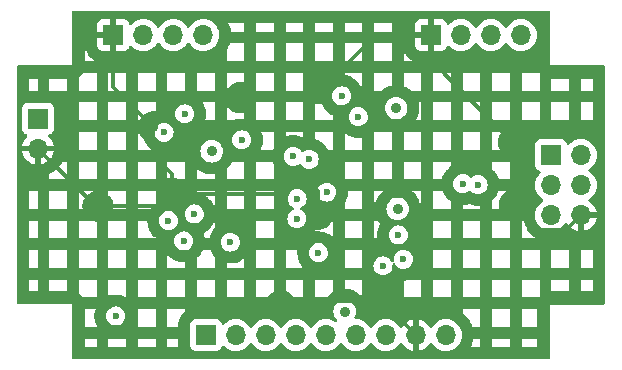
<source format=gbl>
%TF.GenerationSoftware,KiCad,Pcbnew,8.0.8*%
%TF.CreationDate,2025-02-04T21:51:42-04:00*%
%TF.ProjectId,ATMega328P-512K-Datalogger-4L,41544d65-6761-4333-9238-502d3531324b,1*%
%TF.SameCoordinates,Original*%
%TF.FileFunction,Copper,L4,Bot*%
%TF.FilePolarity,Positive*%
%FSLAX46Y46*%
G04 Gerber Fmt 4.6, Leading zero omitted, Abs format (unit mm)*
G04 Created by KiCad (PCBNEW 8.0.8) date 2025-02-04 21:51:42*
%MOMM*%
%LPD*%
G01*
G04 APERTURE LIST*
%TA.AperFunction,ComponentPad*%
%ADD10R,1.700000X1.700000*%
%TD*%
%TA.AperFunction,ComponentPad*%
%ADD11O,1.700000X1.700000*%
%TD*%
%TA.AperFunction,ViaPad*%
%ADD12C,0.600000*%
%TD*%
%TA.AperFunction,ViaPad*%
%ADD13C,0.900000*%
%TD*%
%TA.AperFunction,Conductor*%
%ADD14C,0.350000*%
%TD*%
G04 APERTURE END LIST*
D10*
%TO.P,ICSP,1,Pin_1*%
%TO.N,/MISO*%
X168402000Y-99530000D03*
D11*
%TO.P,ICSP,2,Pin_2*%
%TO.N,/VCC*%
X170942000Y-99530000D03*
%TO.P,ICSP,3,Pin_3*%
%TO.N,/SCK*%
X168402000Y-102070000D03*
%TO.P,ICSP,4,Pin_4*%
%TO.N,/MOSI*%
X170942000Y-102070000D03*
%TO.P,ICSP,5,Pin_5*%
%TO.N,/RESET*%
X168402000Y-104610000D03*
%TO.P,ICSP,6,Pin_6*%
%TO.N,GND*%
X170942000Y-104610000D03*
%TD*%
D10*
%TO.P,BT1,1,+*%
%TO.N,/VCC*%
X124968000Y-96438000D03*
D11*
%TO.P,BT1,2,-*%
%TO.N,GND*%
X124968000Y-98978000D03*
%TD*%
D10*
%TO.P,Serial,1,Pin_1*%
%TO.N,GND*%
X158242000Y-89370000D03*
D11*
%TO.P,Serial,2,Pin_2*%
%TO.N,/VCC*%
X160782000Y-89370000D03*
%TO.P,Serial,3,Pin_3*%
%TO.N,/TX*%
X163322000Y-89370000D03*
%TO.P,Serial,4,Pin_4*%
%TO.N,/RX*%
X165862000Y-89370000D03*
%TD*%
D10*
%TO.P,GPIO,1,Pin_1*%
%TO.N,/D2*%
X139192000Y-114770000D03*
D11*
%TO.P,GPIO,2,Pin_2*%
%TO.N,/D3*%
X141732000Y-114770000D03*
%TO.P,GPIO,3,Pin_3*%
%TO.N,/D4*%
X144272000Y-114770000D03*
%TO.P,GPIO,4,Pin_4*%
%TO.N,/D5*%
X146812000Y-114770000D03*
%TO.P,GPIO,5,Pin_5*%
%TO.N,/D6*%
X149352000Y-114770000D03*
%TO.P,GPIO,6,Pin_6*%
%TO.N,/D7*%
X151892000Y-114770000D03*
%TO.P,GPIO,7,Pin_7*%
%TO.N,/D8*%
X154432000Y-114770000D03*
%TO.P,GPIO,8,Pin_8*%
%TO.N,GND*%
X156972000Y-114770000D03*
%TO.P,GPIO,9,Pin_9*%
%TO.N,/VCC*%
X159512000Y-114770000D03*
%TD*%
D10*
%TO.P,I2C,1,Pin_1*%
%TO.N,GND*%
X131350000Y-89370000D03*
D11*
%TO.P,I2C,2,Pin_2*%
%TO.N,/VCC*%
X133890000Y-89370000D03*
%TO.P,I2C,3,Pin_3*%
%TO.N,/SDA*%
X136430000Y-89370000D03*
%TO.P,I2C,4,Pin_4*%
%TO.N,/SCL*%
X138970000Y-89370000D03*
%TD*%
D12*
%TO.N,/RX*%
X147929600Y-99898200D03*
%TO.N,/TX*%
X146583400Y-99644200D03*
%TO.N,/SDA*%
X142214600Y-98247200D03*
%TO.N,Net-(U1-PB6)*%
X154178000Y-108915200D03*
%TO.N,Net-(U1-PB7)*%
X146888200Y-104927400D03*
%TO.N,Net-(U1-PB6)*%
X146913600Y-103225600D03*
%TO.N,Net-(U1-PB7)*%
X141249400Y-106908600D03*
%TO.N,Net-(U1-PB6)*%
X137312400Y-106807000D03*
%TO.N,/SDA*%
X152095200Y-96279800D03*
%TO.N,/MOSI*%
X155905200Y-108356400D03*
%TO.N,/MISO*%
X155473400Y-106299000D03*
%TO.N,/SDA*%
X162229800Y-102031800D03*
X131546600Y-113157000D03*
X136017000Y-105079800D03*
X135641429Y-97602215D03*
%TO.N,/SCL*%
X160934400Y-101955600D03*
X150672800Y-94513400D03*
X137388600Y-96037400D03*
X138201400Y-104518000D03*
D13*
%TO.N,/VCC*%
X155422600Y-104089200D03*
X150932614Y-112787400D03*
X155295600Y-95554800D03*
X139674600Y-99212400D03*
%TO.N,GND*%
X165227000Y-98475800D03*
X142113000Y-94665800D03*
X134747000Y-97155000D03*
X154254200Y-111912400D03*
X145516600Y-112293400D03*
X136347200Y-102793800D03*
X148691600Y-104521000D03*
X147447000Y-101295200D03*
X130048000Y-103860600D03*
X165328600Y-103733600D03*
X149047200Y-93903800D03*
D12*
%TO.N,/RESET*%
X148717000Y-107797600D03*
X149416600Y-102673409D03*
%TD*%
D14*
%TO.N,GND*%
X148691600Y-102539800D02*
X147447000Y-101295200D01*
X148691600Y-104521000D02*
X148691600Y-102539800D01*
X145516600Y-103225600D02*
X145948400Y-102793800D01*
X145516600Y-112293400D02*
X145516600Y-103225600D01*
X145948400Y-102793800D02*
X147447000Y-101295200D01*
X136347200Y-102793800D02*
X145948400Y-102793800D01*
X135280400Y-103860600D02*
X130048000Y-103860600D01*
X134747000Y-99517200D02*
X134747000Y-97155000D01*
X136347200Y-102793800D02*
X135280400Y-103860600D01*
X136347200Y-102793800D02*
X136347200Y-101117400D01*
X136347200Y-101117400D02*
X134747000Y-99517200D01*
X165328600Y-98577400D02*
X165227000Y-98475800D01*
X165328600Y-103733600D02*
X165328600Y-98577400D01*
X165227000Y-98475800D02*
X158242000Y-91490800D01*
X158242000Y-91490800D02*
X158242000Y-89370000D01*
X145897600Y-111912400D02*
X154254200Y-111912400D01*
X145516600Y-112293400D02*
X145897600Y-111912400D01*
X154254200Y-112052200D02*
X156972000Y-114770000D01*
X154254200Y-111912400D02*
X154254200Y-112052200D01*
X148285200Y-94665800D02*
X142113000Y-94665800D01*
X149047200Y-93903800D02*
X148285200Y-94665800D01*
X137236200Y-94665800D02*
X134747000Y-97155000D01*
X142113000Y-94665800D02*
X137236200Y-94665800D01*
X131350000Y-93758000D02*
X134747000Y-97155000D01*
X131350000Y-89370000D02*
X131350000Y-93758000D01*
X124968000Y-98978000D02*
X129850600Y-103860600D01*
X129850600Y-103860600D02*
X130048000Y-103860600D01*
X169667000Y-105885000D02*
X170942000Y-104610000D01*
X165328600Y-103733600D02*
X167480000Y-105885000D01*
X153581000Y-89370000D02*
X158242000Y-89370000D01*
X167480000Y-105885000D02*
X169667000Y-105885000D01*
X149047200Y-93903800D02*
X153581000Y-89370000D01*
%TD*%
%TA.AperFunction,Conductor*%
%TO.N,GND*%
G36*
X168294239Y-87350185D02*
G01*
X168339994Y-87402989D01*
X168351200Y-87454500D01*
X168351200Y-91948000D01*
X172857500Y-91948000D01*
X172924539Y-91967685D01*
X172970294Y-92020489D01*
X172981500Y-92072000D01*
X172981500Y-112067800D01*
X172961815Y-112134839D01*
X172909011Y-112180594D01*
X172857500Y-112191800D01*
X168351200Y-112191800D01*
X168351200Y-116685500D01*
X168331515Y-116752539D01*
X168278711Y-116798294D01*
X168227200Y-116809500D01*
X127936800Y-116809500D01*
X127869761Y-116789815D01*
X127824006Y-116737011D01*
X127812800Y-116685500D01*
X127812800Y-115811500D01*
X128936800Y-115811500D01*
X129932500Y-115811500D01*
X130930500Y-115811500D01*
X132432500Y-115811500D01*
X133430500Y-115811500D01*
X134932500Y-115811500D01*
X135930500Y-115811500D01*
X136853190Y-115811500D01*
X136847788Y-115761245D01*
X136847477Y-115757936D01*
X136845865Y-115737899D01*
X136845643Y-115734587D01*
X136844214Y-115707905D01*
X136844081Y-115704587D01*
X136843545Y-115684536D01*
X136843501Y-115681222D01*
X136843501Y-115078500D01*
X135930500Y-115078500D01*
X135930500Y-115811500D01*
X134932500Y-115811500D01*
X134932500Y-115078500D01*
X133430500Y-115078500D01*
X133430500Y-115811500D01*
X132432500Y-115811500D01*
X132432500Y-115078500D01*
X130930500Y-115078500D01*
X130930500Y-115811500D01*
X129932500Y-115811500D01*
X129932500Y-115078500D01*
X128936800Y-115078500D01*
X128936800Y-115811500D01*
X127812800Y-115811500D01*
X127812800Y-114080500D01*
X128936800Y-114080500D01*
X129932500Y-114080500D01*
X133430500Y-114080500D01*
X134932500Y-114080500D01*
X135930500Y-114080500D01*
X136843500Y-114080500D01*
X136843500Y-113872135D01*
X137841500Y-113872135D01*
X137841500Y-115667870D01*
X137841501Y-115667876D01*
X137847908Y-115727483D01*
X137898202Y-115862328D01*
X137898206Y-115862335D01*
X137984452Y-115977544D01*
X137984455Y-115977547D01*
X138099664Y-116063793D01*
X138099671Y-116063797D01*
X138234517Y-116114091D01*
X138234516Y-116114091D01*
X138241444Y-116114835D01*
X138294127Y-116120500D01*
X140089872Y-116120499D01*
X140149483Y-116114091D01*
X140284331Y-116063796D01*
X140399546Y-115977546D01*
X140485796Y-115862331D01*
X140534810Y-115730916D01*
X140576681Y-115674984D01*
X140642145Y-115650566D01*
X140710418Y-115665417D01*
X140738673Y-115686569D01*
X140860599Y-115808495D01*
X140957384Y-115876265D01*
X141054165Y-115944032D01*
X141054167Y-115944033D01*
X141054170Y-115944035D01*
X141268337Y-116043903D01*
X141496592Y-116105063D01*
X141673034Y-116120500D01*
X141731999Y-116125659D01*
X141732000Y-116125659D01*
X141732001Y-116125659D01*
X141790966Y-116120500D01*
X141967408Y-116105063D01*
X142195663Y-116043903D01*
X142409830Y-115944035D01*
X142603401Y-115808495D01*
X142770495Y-115641401D01*
X142900425Y-115455842D01*
X142955002Y-115412217D01*
X143024500Y-115405023D01*
X143086855Y-115436546D01*
X143103575Y-115455842D01*
X143233500Y-115641395D01*
X143233505Y-115641401D01*
X143400599Y-115808495D01*
X143497384Y-115876265D01*
X143594165Y-115944032D01*
X143594167Y-115944033D01*
X143594170Y-115944035D01*
X143808337Y-116043903D01*
X144036592Y-116105063D01*
X144213034Y-116120500D01*
X144271999Y-116125659D01*
X144272000Y-116125659D01*
X144272001Y-116125659D01*
X144330966Y-116120500D01*
X144507408Y-116105063D01*
X144735663Y-116043903D01*
X144949830Y-115944035D01*
X145143401Y-115808495D01*
X145310495Y-115641401D01*
X145440425Y-115455842D01*
X145495002Y-115412217D01*
X145564500Y-115405023D01*
X145626855Y-115436546D01*
X145643575Y-115455842D01*
X145773500Y-115641395D01*
X145773505Y-115641401D01*
X145940599Y-115808495D01*
X146037384Y-115876265D01*
X146134165Y-115944032D01*
X146134167Y-115944033D01*
X146134170Y-115944035D01*
X146348337Y-116043903D01*
X146576592Y-116105063D01*
X146753034Y-116120500D01*
X146811999Y-116125659D01*
X146812000Y-116125659D01*
X146812001Y-116125659D01*
X146870966Y-116120500D01*
X147047408Y-116105063D01*
X147275663Y-116043903D01*
X147489830Y-115944035D01*
X147683401Y-115808495D01*
X147850495Y-115641401D01*
X147980425Y-115455842D01*
X148035002Y-115412217D01*
X148104500Y-115405023D01*
X148166855Y-115436546D01*
X148183575Y-115455842D01*
X148313500Y-115641395D01*
X148313505Y-115641401D01*
X148480599Y-115808495D01*
X148577384Y-115876265D01*
X148674165Y-115944032D01*
X148674167Y-115944033D01*
X148674170Y-115944035D01*
X148888337Y-116043903D01*
X149116592Y-116105063D01*
X149293034Y-116120500D01*
X149351999Y-116125659D01*
X149352000Y-116125659D01*
X149352001Y-116125659D01*
X149410966Y-116120500D01*
X149587408Y-116105063D01*
X149815663Y-116043903D01*
X150029830Y-115944035D01*
X150223401Y-115808495D01*
X150390495Y-115641401D01*
X150520425Y-115455842D01*
X150575002Y-115412217D01*
X150644500Y-115405023D01*
X150706855Y-115436546D01*
X150723575Y-115455842D01*
X150853500Y-115641395D01*
X150853505Y-115641401D01*
X151020599Y-115808495D01*
X151117384Y-115876265D01*
X151214165Y-115944032D01*
X151214167Y-115944033D01*
X151214170Y-115944035D01*
X151428337Y-116043903D01*
X151656592Y-116105063D01*
X151833034Y-116120500D01*
X151891999Y-116125659D01*
X151892000Y-116125659D01*
X151892001Y-116125659D01*
X151950966Y-116120500D01*
X152127408Y-116105063D01*
X152355663Y-116043903D01*
X152569830Y-115944035D01*
X152763401Y-115808495D01*
X152930495Y-115641401D01*
X153060425Y-115455842D01*
X153115002Y-115412217D01*
X153184500Y-115405023D01*
X153246855Y-115436546D01*
X153263575Y-115455842D01*
X153393500Y-115641395D01*
X153393505Y-115641401D01*
X153560599Y-115808495D01*
X153657384Y-115876265D01*
X153754165Y-115944032D01*
X153754167Y-115944033D01*
X153754170Y-115944035D01*
X153968337Y-116043903D01*
X154196592Y-116105063D01*
X154373034Y-116120500D01*
X154431999Y-116125659D01*
X154432000Y-116125659D01*
X154432001Y-116125659D01*
X154490966Y-116120500D01*
X154667408Y-116105063D01*
X154895663Y-116043903D01*
X155109830Y-115944035D01*
X155303401Y-115808495D01*
X155470495Y-115641401D01*
X155600730Y-115455405D01*
X155655307Y-115411781D01*
X155724805Y-115404587D01*
X155787160Y-115436110D01*
X155803879Y-115455405D01*
X155933890Y-115641078D01*
X156100917Y-115808105D01*
X156294421Y-115943600D01*
X156508507Y-116043429D01*
X156508516Y-116043433D01*
X156722000Y-116100634D01*
X156722000Y-115203012D01*
X156779007Y-115235925D01*
X156906174Y-115270000D01*
X157037826Y-115270000D01*
X157164993Y-115235925D01*
X157222000Y-115203012D01*
X157222000Y-116100633D01*
X157435483Y-116043433D01*
X157435492Y-116043429D01*
X157649578Y-115943600D01*
X157843082Y-115808105D01*
X158010105Y-115641082D01*
X158140119Y-115455405D01*
X158194696Y-115411781D01*
X158264195Y-115404588D01*
X158326549Y-115436110D01*
X158343269Y-115455405D01*
X158473505Y-115641401D01*
X158640599Y-115808495D01*
X158737384Y-115876265D01*
X158834165Y-115944032D01*
X158834167Y-115944033D01*
X158834170Y-115944035D01*
X159048337Y-116043903D01*
X159276592Y-116105063D01*
X159453034Y-116120500D01*
X159511999Y-116125659D01*
X159512000Y-116125659D01*
X159512001Y-116125659D01*
X159570966Y-116120500D01*
X159747408Y-116105063D01*
X159975663Y-116043903D01*
X160189830Y-115944035D01*
X160379109Y-115811500D01*
X161617624Y-115811500D01*
X162432500Y-115811500D01*
X163430500Y-115811500D01*
X164932500Y-115811500D01*
X165930500Y-115811500D01*
X167227200Y-115811500D01*
X167227200Y-115078500D01*
X165930500Y-115078500D01*
X165930500Y-115811500D01*
X164932500Y-115811500D01*
X164932500Y-115078500D01*
X163430500Y-115078500D01*
X163430500Y-115811500D01*
X162432500Y-115811500D01*
X162432500Y-115078500D01*
X161842480Y-115078500D01*
X161839367Y-115114085D01*
X161838778Y-115119461D01*
X161834507Y-115151904D01*
X161833684Y-115157251D01*
X161826121Y-115200146D01*
X161825066Y-115205454D01*
X161817981Y-115237412D01*
X161816695Y-115242666D01*
X161744259Y-115513008D01*
X161742744Y-115518205D01*
X161732895Y-115549440D01*
X161731154Y-115554568D01*
X161716253Y-115595500D01*
X161714295Y-115600535D01*
X161701777Y-115630756D01*
X161699598Y-115635708D01*
X161617624Y-115811500D01*
X160379109Y-115811500D01*
X160383401Y-115808495D01*
X160550495Y-115641401D01*
X160686035Y-115447830D01*
X160785903Y-115233663D01*
X160847063Y-115005408D01*
X160867659Y-114770000D01*
X160847063Y-114534592D01*
X160785903Y-114306337D01*
X160686035Y-114092171D01*
X160680731Y-114084595D01*
X160550494Y-113898597D01*
X160383402Y-113731506D01*
X160383395Y-113731501D01*
X160372892Y-113724147D01*
X160306518Y-113677671D01*
X160189834Y-113595967D01*
X160189830Y-113595965D01*
X160158887Y-113581536D01*
X159975663Y-113496097D01*
X159975659Y-113496096D01*
X159975655Y-113496094D01*
X159747413Y-113434938D01*
X159747403Y-113434936D01*
X159512001Y-113414341D01*
X159511999Y-113414341D01*
X159276596Y-113434936D01*
X159276586Y-113434938D01*
X159048344Y-113496094D01*
X159048335Y-113496098D01*
X158834171Y-113595964D01*
X158834169Y-113595965D01*
X158640597Y-113731505D01*
X158473508Y-113898594D01*
X158343269Y-114084595D01*
X158288692Y-114128219D01*
X158219193Y-114135412D01*
X158156839Y-114103890D01*
X158140119Y-114084594D01*
X158010113Y-113898926D01*
X158010108Y-113898920D01*
X157843082Y-113731894D01*
X157649578Y-113596399D01*
X157435492Y-113496570D01*
X157435486Y-113496567D01*
X157222000Y-113439364D01*
X157222000Y-114336988D01*
X157164993Y-114304075D01*
X157037826Y-114270000D01*
X156906174Y-114270000D01*
X156779007Y-114304075D01*
X156722000Y-114336988D01*
X156722000Y-113439364D01*
X156721999Y-113439364D01*
X156508513Y-113496567D01*
X156508507Y-113496570D01*
X156294422Y-113596399D01*
X156294420Y-113596400D01*
X156100926Y-113731886D01*
X156100920Y-113731891D01*
X155933891Y-113898920D01*
X155933890Y-113898922D01*
X155803880Y-114084595D01*
X155749303Y-114128219D01*
X155679804Y-114135412D01*
X155617450Y-114103890D01*
X155600730Y-114084594D01*
X155470494Y-113898597D01*
X155303402Y-113731506D01*
X155303395Y-113731501D01*
X155292892Y-113724147D01*
X155226518Y-113677671D01*
X155109834Y-113595967D01*
X155109830Y-113595965D01*
X155078887Y-113581536D01*
X154895663Y-113496097D01*
X154895659Y-113496096D01*
X154895655Y-113496094D01*
X154667413Y-113434938D01*
X154667403Y-113434936D01*
X154432001Y-113414341D01*
X154431999Y-113414341D01*
X154196596Y-113434936D01*
X154196586Y-113434938D01*
X153968344Y-113496094D01*
X153968335Y-113496098D01*
X153754171Y-113595964D01*
X153754169Y-113595965D01*
X153560597Y-113731505D01*
X153393505Y-113898597D01*
X153263575Y-114084158D01*
X153208998Y-114127783D01*
X153139500Y-114134977D01*
X153077145Y-114103454D01*
X153060425Y-114084158D01*
X152930494Y-113898597D01*
X152763402Y-113731506D01*
X152763395Y-113731501D01*
X152752892Y-113724147D01*
X152686518Y-113677671D01*
X152569834Y-113595967D01*
X152569830Y-113595965D01*
X152538887Y-113581536D01*
X152355663Y-113496097D01*
X152355659Y-113496096D01*
X152355655Y-113496094D01*
X152127413Y-113434938D01*
X152127403Y-113434936D01*
X151892001Y-113414341D01*
X151886586Y-113414341D01*
X151886586Y-113413041D01*
X151824232Y-113400506D01*
X151774052Y-113351888D01*
X151758123Y-113283859D01*
X151772572Y-113232297D01*
X151815010Y-113152901D01*
X151869361Y-112973731D01*
X151876992Y-112896254D01*
X160930500Y-112896254D01*
X160973678Y-112926488D01*
X160978042Y-112929689D01*
X161004022Y-112949625D01*
X161008243Y-112953012D01*
X161041610Y-112981012D01*
X161045678Y-112984580D01*
X161069794Y-113006680D01*
X161073698Y-113010418D01*
X161271590Y-113208309D01*
X161275330Y-113212216D01*
X161297449Y-113236354D01*
X161301020Y-113240426D01*
X161329018Y-113273795D01*
X161332403Y-113278012D01*
X161352323Y-113303973D01*
X161355521Y-113308335D01*
X161516040Y-113537581D01*
X161519046Y-113542080D01*
X161536628Y-113569679D01*
X161539433Y-113574301D01*
X161561212Y-113612022D01*
X161563814Y-113616765D01*
X161578930Y-113645801D01*
X161581324Y-113650655D01*
X161699598Y-113904292D01*
X161701777Y-113909244D01*
X161714295Y-113939465D01*
X161716253Y-113944500D01*
X161731154Y-113985432D01*
X161732895Y-113990560D01*
X161742744Y-114021795D01*
X161744259Y-114026992D01*
X161758596Y-114080500D01*
X162432500Y-114080500D01*
X163430500Y-114080500D01*
X164932500Y-114080500D01*
X165930500Y-114080500D01*
X167227200Y-114080500D01*
X167227200Y-112578500D01*
X165930500Y-112578500D01*
X165930500Y-114080500D01*
X164932500Y-114080500D01*
X164932500Y-112578500D01*
X163430500Y-112578500D01*
X163430500Y-114080500D01*
X162432500Y-114080500D01*
X162432500Y-112578500D01*
X160930500Y-112578500D01*
X160930500Y-112896254D01*
X151876992Y-112896254D01*
X151887713Y-112787400D01*
X151869361Y-112601069D01*
X151815010Y-112421899D01*
X151788142Y-112371632D01*
X151726751Y-112256776D01*
X151726749Y-112256773D01*
X151607971Y-112112042D01*
X151463240Y-111993264D01*
X151463237Y-111993262D01*
X151298116Y-111905004D01*
X151118947Y-111850653D01*
X151118945Y-111850652D01*
X150932614Y-111832301D01*
X150746282Y-111850652D01*
X150746280Y-111850653D01*
X150567111Y-111905004D01*
X150401990Y-111993262D01*
X150401987Y-111993264D01*
X150257256Y-112112042D01*
X150138478Y-112256773D01*
X150138476Y-112256776D01*
X150050218Y-112421897D01*
X149995867Y-112601066D01*
X149995866Y-112601068D01*
X149977515Y-112787400D01*
X149995866Y-112973731D01*
X149995867Y-112973733D01*
X150050218Y-113152902D01*
X150138476Y-113318023D01*
X150138478Y-113318026D01*
X150248179Y-113451696D01*
X150275492Y-113516006D01*
X150263701Y-113584873D01*
X150216549Y-113636434D01*
X150149007Y-113654317D01*
X150082518Y-113632844D01*
X150081203Y-113631936D01*
X150029834Y-113595968D01*
X150029830Y-113595965D01*
X149998887Y-113581536D01*
X149815663Y-113496097D01*
X149815659Y-113496096D01*
X149815655Y-113496094D01*
X149587413Y-113434938D01*
X149587403Y-113434936D01*
X149352001Y-113414341D01*
X149351999Y-113414341D01*
X149116596Y-113434936D01*
X149116586Y-113434938D01*
X148888344Y-113496094D01*
X148888335Y-113496098D01*
X148674171Y-113595964D01*
X148674169Y-113595965D01*
X148480597Y-113731505D01*
X148313505Y-113898597D01*
X148183575Y-114084158D01*
X148128998Y-114127783D01*
X148059500Y-114134977D01*
X147997145Y-114103454D01*
X147980425Y-114084158D01*
X147850494Y-113898597D01*
X147683402Y-113731506D01*
X147683395Y-113731501D01*
X147672892Y-113724147D01*
X147606518Y-113677671D01*
X147489834Y-113595967D01*
X147489830Y-113595965D01*
X147458887Y-113581536D01*
X147275663Y-113496097D01*
X147275659Y-113496096D01*
X147275655Y-113496094D01*
X147047413Y-113434938D01*
X147047403Y-113434936D01*
X146812001Y-113414341D01*
X146811999Y-113414341D01*
X146576596Y-113434936D01*
X146576586Y-113434938D01*
X146348344Y-113496094D01*
X146348335Y-113496098D01*
X146134171Y-113595964D01*
X146134169Y-113595965D01*
X145940597Y-113731505D01*
X145773505Y-113898597D01*
X145643575Y-114084158D01*
X145588998Y-114127783D01*
X145519500Y-114134977D01*
X145457145Y-114103454D01*
X145440425Y-114084158D01*
X145310494Y-113898597D01*
X145143402Y-113731506D01*
X145143395Y-113731501D01*
X145132892Y-113724147D01*
X145066518Y-113677671D01*
X144949834Y-113595967D01*
X144949830Y-113595965D01*
X144918887Y-113581536D01*
X144735663Y-113496097D01*
X144735659Y-113496096D01*
X144735655Y-113496094D01*
X144507413Y-113434938D01*
X144507403Y-113434936D01*
X144272001Y-113414341D01*
X144271999Y-113414341D01*
X144036596Y-113434936D01*
X144036586Y-113434938D01*
X143808344Y-113496094D01*
X143808335Y-113496098D01*
X143594171Y-113595964D01*
X143594169Y-113595965D01*
X143400597Y-113731505D01*
X143233505Y-113898597D01*
X143103575Y-114084158D01*
X143048998Y-114127783D01*
X142979500Y-114134977D01*
X142917145Y-114103454D01*
X142900425Y-114084158D01*
X142770494Y-113898597D01*
X142603402Y-113731506D01*
X142603395Y-113731501D01*
X142592892Y-113724147D01*
X142526518Y-113677671D01*
X142409834Y-113595967D01*
X142409830Y-113595965D01*
X142378887Y-113581536D01*
X142195663Y-113496097D01*
X142195659Y-113496096D01*
X142195655Y-113496094D01*
X141967413Y-113434938D01*
X141967403Y-113434936D01*
X141732001Y-113414341D01*
X141731999Y-113414341D01*
X141496596Y-113434936D01*
X141496586Y-113434938D01*
X141268344Y-113496094D01*
X141268335Y-113496098D01*
X141054171Y-113595964D01*
X141054169Y-113595965D01*
X140860600Y-113731503D01*
X140738673Y-113853430D01*
X140677350Y-113886914D01*
X140607658Y-113881930D01*
X140551725Y-113840058D01*
X140534810Y-113809081D01*
X140485797Y-113677671D01*
X140485793Y-113677664D01*
X140399547Y-113562455D01*
X140399544Y-113562452D01*
X140284335Y-113476206D01*
X140284328Y-113476202D01*
X140149482Y-113425908D01*
X140149483Y-113425908D01*
X140089883Y-113419501D01*
X140089881Y-113419500D01*
X140089873Y-113419500D01*
X140089864Y-113419500D01*
X138294129Y-113419500D01*
X138294123Y-113419501D01*
X138234516Y-113425908D01*
X138099671Y-113476202D01*
X138099664Y-113476206D01*
X137984455Y-113562452D01*
X137984452Y-113562455D01*
X137898206Y-113677664D01*
X137898202Y-113677671D01*
X137847908Y-113812517D01*
X137841501Y-113872116D01*
X137841500Y-113872135D01*
X136843500Y-113872135D01*
X136843500Y-113858752D01*
X136843545Y-113855428D01*
X136844084Y-113835327D01*
X136844217Y-113832007D01*
X136845649Y-113805320D01*
X136845871Y-113802011D01*
X136847481Y-113782018D01*
X136847792Y-113778715D01*
X136858962Y-113674825D01*
X136860029Y-113667157D01*
X136867936Y-113620971D01*
X136869481Y-113613381D01*
X136883826Y-113552670D01*
X136885842Y-113545191D01*
X136899450Y-113500328D01*
X136901929Y-113492988D01*
X136975587Y-113295498D01*
X136978975Y-113287318D01*
X137001233Y-113238581D01*
X137005195Y-113230667D01*
X137039372Y-113168077D01*
X137043890Y-113160463D01*
X137072854Y-113115396D01*
X137077902Y-113108126D01*
X137206886Y-112935827D01*
X137212439Y-112928936D01*
X137247519Y-112888451D01*
X137253551Y-112881972D01*
X137303972Y-112831551D01*
X137310451Y-112825519D01*
X137350936Y-112790439D01*
X137357826Y-112784886D01*
X137432500Y-112728984D01*
X137432500Y-112578500D01*
X135930500Y-112578500D01*
X135930500Y-114080500D01*
X134932500Y-114080500D01*
X134932500Y-112578500D01*
X133430500Y-112578500D01*
X133430500Y-114080500D01*
X129932500Y-114080500D01*
X129932500Y-113962081D01*
X129909495Y-113914312D01*
X129906655Y-113907965D01*
X129890547Y-113869079D01*
X129888065Y-113862578D01*
X129809984Y-113639434D01*
X129807872Y-113632807D01*
X129796219Y-113592358D01*
X129794481Y-113585621D01*
X129782018Y-113531011D01*
X129780662Y-113524191D01*
X129773614Y-113482707D01*
X129772642Y-113475820D01*
X129746175Y-113240908D01*
X129745590Y-113233979D01*
X129743230Y-113191961D01*
X129743035Y-113185007D01*
X129743035Y-113156996D01*
X130741035Y-113156996D01*
X130741035Y-113157003D01*
X130761230Y-113336249D01*
X130761231Y-113336254D01*
X130820811Y-113506523D01*
X130884832Y-113608411D01*
X130916784Y-113659262D01*
X131044338Y-113786816D01*
X131057936Y-113795360D01*
X131188636Y-113877485D01*
X131197078Y-113882789D01*
X131287166Y-113914312D01*
X131367345Y-113942368D01*
X131367350Y-113942369D01*
X131546596Y-113962565D01*
X131546600Y-113962565D01*
X131546604Y-113962565D01*
X131725849Y-113942369D01*
X131725852Y-113942368D01*
X131725855Y-113942368D01*
X131896122Y-113882789D01*
X132048862Y-113786816D01*
X132176416Y-113659262D01*
X132272389Y-113506522D01*
X132331968Y-113336255D01*
X132334022Y-113318025D01*
X132352165Y-113157003D01*
X132352165Y-113156996D01*
X132331969Y-112977750D01*
X132331968Y-112977745D01*
X132300723Y-112888451D01*
X132272389Y-112807478D01*
X132258193Y-112784886D01*
X132193039Y-112681193D01*
X132176416Y-112654738D01*
X132048862Y-112527184D01*
X131896123Y-112431211D01*
X131725854Y-112371631D01*
X131725849Y-112371630D01*
X131546604Y-112351435D01*
X131546596Y-112351435D01*
X131367350Y-112371630D01*
X131367345Y-112371631D01*
X131197076Y-112431211D01*
X131044337Y-112527184D01*
X130916784Y-112654737D01*
X130820811Y-112807476D01*
X130761231Y-112977745D01*
X130761230Y-112977750D01*
X130741035Y-113156996D01*
X129743035Y-113156996D01*
X129743035Y-113128993D01*
X129743230Y-113122039D01*
X129745590Y-113080021D01*
X129746175Y-113073092D01*
X129772642Y-112838180D01*
X129773614Y-112831293D01*
X129780662Y-112789809D01*
X129782018Y-112782989D01*
X129794481Y-112728379D01*
X129796219Y-112721642D01*
X129807872Y-112681193D01*
X129809984Y-112674566D01*
X129843599Y-112578500D01*
X128936800Y-112578500D01*
X128936800Y-114080500D01*
X127812800Y-114080500D01*
X127812800Y-112166400D01*
X123306500Y-112166400D01*
X123239461Y-112146715D01*
X123193706Y-112093911D01*
X123182500Y-112042400D01*
X123182500Y-111194524D01*
X128430500Y-111194524D01*
X128816476Y-111580500D01*
X129932500Y-111580500D01*
X129932500Y-111467155D01*
X130930500Y-111467155D01*
X131064166Y-111420384D01*
X131070793Y-111418272D01*
X131111242Y-111406619D01*
X131117979Y-111404881D01*
X131172589Y-111392418D01*
X131179409Y-111391062D01*
X131220893Y-111384014D01*
X131227780Y-111383042D01*
X131462692Y-111356575D01*
X131469621Y-111355990D01*
X131511639Y-111353630D01*
X131518593Y-111353435D01*
X131574607Y-111353435D01*
X131581561Y-111353630D01*
X131623579Y-111355990D01*
X131630508Y-111356575D01*
X131865420Y-111383042D01*
X131872307Y-111384014D01*
X131913791Y-111391062D01*
X131920611Y-111392418D01*
X131975221Y-111404881D01*
X131981958Y-111406619D01*
X132022407Y-111418272D01*
X132029034Y-111420384D01*
X132252178Y-111498465D01*
X132258679Y-111500947D01*
X132297565Y-111517055D01*
X132303912Y-111519895D01*
X132354379Y-111544199D01*
X132360559Y-111547392D01*
X132397390Y-111567748D01*
X132403381Y-111571282D01*
X132418051Y-111580500D01*
X132432500Y-111580500D01*
X133430500Y-111580500D01*
X134932500Y-111580500D01*
X135930500Y-111580500D01*
X137432500Y-111580500D01*
X138430500Y-111580500D01*
X139932500Y-111580500D01*
X140930500Y-111580500D01*
X142432500Y-111580500D01*
X143430500Y-111580500D01*
X144395844Y-111580500D01*
X144527036Y-111406775D01*
X144542452Y-111389865D01*
X144706802Y-111240040D01*
X144725062Y-111226250D01*
X144914144Y-111109175D01*
X144932500Y-111100035D01*
X144932500Y-111033863D01*
X145930500Y-111033863D01*
X146098572Y-111098975D01*
X146119056Y-111109175D01*
X146308138Y-111226250D01*
X146326398Y-111240040D01*
X146490748Y-111389865D01*
X146506164Y-111406775D01*
X146637356Y-111580500D01*
X147432500Y-111580500D01*
X148430500Y-111580500D01*
X149402426Y-111580500D01*
X149501338Y-111459976D01*
X149505313Y-111455367D01*
X149530041Y-111428084D01*
X149534238Y-111423677D01*
X149568891Y-111389024D01*
X149573298Y-111384827D01*
X149600581Y-111360099D01*
X149605190Y-111356124D01*
X149787808Y-111206253D01*
X149792607Y-111202508D01*
X149822190Y-111180568D01*
X149827168Y-111177062D01*
X149867918Y-111149835D01*
X149873059Y-111146580D01*
X149904636Y-111127654D01*
X149909929Y-111124655D01*
X149932500Y-111112590D01*
X149932500Y-110834301D01*
X150930500Y-110834301D01*
X150957117Y-110834301D01*
X150963202Y-110834450D01*
X150999980Y-110836257D01*
X151006049Y-110836705D01*
X151241154Y-110859860D01*
X151247198Y-110860606D01*
X151283629Y-110866011D01*
X151289623Y-110867051D01*
X151337688Y-110876612D01*
X151343626Y-110877945D01*
X151379340Y-110886891D01*
X151385206Y-110888515D01*
X151611265Y-110957090D01*
X151617043Y-110958998D01*
X151651702Y-110971399D01*
X151657377Y-110973589D01*
X151702652Y-110992341D01*
X151708219Y-110994808D01*
X151741516Y-111010556D01*
X151746953Y-111013293D01*
X151955298Y-111124655D01*
X151960592Y-111127654D01*
X151992169Y-111146580D01*
X151997310Y-111149835D01*
X152038060Y-111177062D01*
X152043038Y-111180568D01*
X152072621Y-111202508D01*
X152077420Y-111206253D01*
X152260038Y-111356124D01*
X152264647Y-111360099D01*
X152291930Y-111384827D01*
X152296337Y-111389024D01*
X152330990Y-111423677D01*
X152335187Y-111428084D01*
X152359915Y-111455367D01*
X152363890Y-111459976D01*
X152432500Y-111543577D01*
X152432500Y-110159965D01*
X155930500Y-110159965D01*
X155930500Y-111580500D01*
X157432500Y-111580500D01*
X158430500Y-111580500D01*
X159932500Y-111580500D01*
X160930500Y-111580500D01*
X162432500Y-111580500D01*
X163430500Y-111580500D01*
X164932500Y-111580500D01*
X165930500Y-111580500D01*
X167372924Y-111580500D01*
X167432500Y-111520924D01*
X167432500Y-111067800D01*
X168430500Y-111067800D01*
X169932500Y-111067800D01*
X170930500Y-111067800D01*
X171983500Y-111067800D01*
X171983500Y-110078500D01*
X170930500Y-110078500D01*
X170930500Y-111067800D01*
X169932500Y-111067800D01*
X169932500Y-110078500D01*
X168430500Y-110078500D01*
X168430500Y-111067800D01*
X167432500Y-111067800D01*
X167432500Y-110078500D01*
X165930500Y-110078500D01*
X165930500Y-111580500D01*
X164932500Y-111580500D01*
X164932500Y-110078500D01*
X163430500Y-110078500D01*
X163430500Y-111580500D01*
X162432500Y-111580500D01*
X162432500Y-110078500D01*
X160930500Y-110078500D01*
X160930500Y-111580500D01*
X159932500Y-111580500D01*
X159932500Y-110078500D01*
X158430500Y-110078500D01*
X158430500Y-111580500D01*
X157432500Y-111580500D01*
X157432500Y-110078500D01*
X156429119Y-110078500D01*
X156387634Y-110093016D01*
X156381007Y-110095128D01*
X156340558Y-110106781D01*
X156333821Y-110108519D01*
X156279211Y-110120982D01*
X156272391Y-110122338D01*
X156230907Y-110129386D01*
X156224020Y-110130358D01*
X155989108Y-110156825D01*
X155982179Y-110157410D01*
X155940161Y-110159770D01*
X155933207Y-110159965D01*
X155930500Y-110159965D01*
X152432500Y-110159965D01*
X152432500Y-110078500D01*
X150930500Y-110078500D01*
X150930500Y-110834301D01*
X149932500Y-110834301D01*
X149932500Y-110078500D01*
X148430500Y-110078500D01*
X148430500Y-111580500D01*
X147432500Y-111580500D01*
X147432500Y-110078500D01*
X145930500Y-110078500D01*
X145930500Y-111033863D01*
X144932500Y-111033863D01*
X144932500Y-110078500D01*
X143430500Y-110078500D01*
X143430500Y-111580500D01*
X142432500Y-111580500D01*
X142432500Y-110078500D01*
X140930500Y-110078500D01*
X140930500Y-111580500D01*
X139932500Y-111580500D01*
X139932500Y-110078500D01*
X138430500Y-110078500D01*
X138430500Y-111580500D01*
X137432500Y-111580500D01*
X137432500Y-110078500D01*
X135930500Y-110078500D01*
X135930500Y-111580500D01*
X134932500Y-111580500D01*
X134932500Y-110078500D01*
X133430500Y-110078500D01*
X133430500Y-111580500D01*
X132432500Y-111580500D01*
X132432500Y-110078500D01*
X130930500Y-110078500D01*
X130930500Y-111467155D01*
X129932500Y-111467155D01*
X129932500Y-110078500D01*
X128430500Y-110078500D01*
X128430500Y-111194524D01*
X123182500Y-111194524D01*
X123182500Y-111042400D01*
X124180500Y-111042400D01*
X124932500Y-111042400D01*
X125930500Y-111042400D01*
X127432500Y-111042400D01*
X127432500Y-110078500D01*
X125930500Y-110078500D01*
X125930500Y-111042400D01*
X124932500Y-111042400D01*
X124932500Y-110078500D01*
X124180500Y-110078500D01*
X124180500Y-111042400D01*
X123182500Y-111042400D01*
X123182500Y-109080500D01*
X124180500Y-109080500D01*
X124932500Y-109080500D01*
X125930500Y-109080500D01*
X127432500Y-109080500D01*
X128430500Y-109080500D01*
X129932500Y-109080500D01*
X130930500Y-109080500D01*
X132432500Y-109080500D01*
X133430500Y-109080500D01*
X134932500Y-109080500D01*
X135930500Y-109080500D01*
X137432500Y-109080500D01*
X137432500Y-108603347D01*
X137396308Y-108607425D01*
X137389379Y-108608010D01*
X137347361Y-108610370D01*
X137340407Y-108610565D01*
X137284393Y-108610565D01*
X137277439Y-108610370D01*
X137235421Y-108608010D01*
X137228492Y-108607425D01*
X136993580Y-108580958D01*
X136986693Y-108579986D01*
X136945209Y-108572938D01*
X136938389Y-108571582D01*
X136883779Y-108559119D01*
X136877042Y-108557381D01*
X136836593Y-108545728D01*
X136829966Y-108543616D01*
X136606822Y-108465535D01*
X136600321Y-108463053D01*
X136561435Y-108446945D01*
X136555088Y-108444105D01*
X136504621Y-108419801D01*
X136498441Y-108416608D01*
X136461610Y-108396252D01*
X136455620Y-108392719D01*
X136255452Y-108266944D01*
X136249667Y-108263078D01*
X136215339Y-108238720D01*
X136209782Y-108234538D01*
X136194300Y-108222191D01*
X138430500Y-108222191D01*
X138430500Y-109080500D01*
X139932500Y-109080500D01*
X139932500Y-108682546D01*
X140930500Y-108682546D01*
X140930500Y-109080500D01*
X142432500Y-109080500D01*
X143430500Y-109080500D01*
X144932500Y-109080500D01*
X145930500Y-109080500D01*
X147432500Y-109080500D01*
X150930500Y-109080500D01*
X152386745Y-109080500D01*
X152377575Y-108999108D01*
X152376990Y-108992179D01*
X152374630Y-108950161D01*
X152374435Y-108943207D01*
X152374435Y-108915196D01*
X153372435Y-108915196D01*
X153372435Y-108915203D01*
X153392630Y-109094449D01*
X153392631Y-109094454D01*
X153452211Y-109264723D01*
X153548184Y-109417462D01*
X153675738Y-109545016D01*
X153828478Y-109640989D01*
X153998745Y-109700568D01*
X153998750Y-109700569D01*
X154177996Y-109720765D01*
X154178000Y-109720765D01*
X154178004Y-109720765D01*
X154357249Y-109700569D01*
X154357252Y-109700568D01*
X154357255Y-109700568D01*
X154527522Y-109640989D01*
X154680262Y-109545016D01*
X154807816Y-109417462D01*
X154903789Y-109264722D01*
X154963368Y-109094455D01*
X154964750Y-109082188D01*
X154983565Y-108915203D01*
X154983565Y-108915197D01*
X154972869Y-108820269D01*
X154984923Y-108751447D01*
X155032272Y-108700067D01*
X155099883Y-108682443D01*
X155166288Y-108704169D01*
X155201083Y-108740413D01*
X155275384Y-108858662D01*
X155402938Y-108986216D01*
X155555678Y-109082189D01*
X155725945Y-109141768D01*
X155725950Y-109141769D01*
X155905196Y-109161965D01*
X155905200Y-109161965D01*
X155905204Y-109161965D01*
X156084449Y-109141769D01*
X156084452Y-109141768D01*
X156084455Y-109141768D01*
X156254722Y-109082189D01*
X156257410Y-109080500D01*
X158430500Y-109080500D01*
X159932500Y-109080500D01*
X160930500Y-109080500D01*
X162432500Y-109080500D01*
X163430500Y-109080500D01*
X164932500Y-109080500D01*
X165930500Y-109080500D01*
X167432500Y-109080500D01*
X168430500Y-109080500D01*
X169932500Y-109080500D01*
X170930500Y-109080500D01*
X171983500Y-109080500D01*
X171983500Y-107578500D01*
X170930500Y-107578500D01*
X170930500Y-109080500D01*
X169932500Y-109080500D01*
X169932500Y-107578500D01*
X168430500Y-107578500D01*
X168430500Y-109080500D01*
X167432500Y-109080500D01*
X167432500Y-107578500D01*
X165930500Y-107578500D01*
X165930500Y-109080500D01*
X164932500Y-109080500D01*
X164932500Y-107578500D01*
X163430500Y-107578500D01*
X163430500Y-109080500D01*
X162432500Y-109080500D01*
X162432500Y-107578500D01*
X160930500Y-107578500D01*
X160930500Y-109080500D01*
X159932500Y-109080500D01*
X159932500Y-107578500D01*
X158430500Y-107578500D01*
X158430500Y-109080500D01*
X156257410Y-109080500D01*
X156407462Y-108986216D01*
X156535016Y-108858662D01*
X156630989Y-108705922D01*
X156690568Y-108535655D01*
X156693495Y-108509679D01*
X156710765Y-108356403D01*
X156710765Y-108356396D01*
X156690569Y-108177150D01*
X156690568Y-108177145D01*
X156680062Y-108147122D01*
X156630989Y-108006878D01*
X156630224Y-108005661D01*
X156566385Y-107904061D01*
X156535016Y-107854138D01*
X156407462Y-107726584D01*
X156355554Y-107693968D01*
X156254723Y-107630611D01*
X156084454Y-107571031D01*
X156084449Y-107571030D01*
X155905204Y-107550835D01*
X155905196Y-107550835D01*
X155725950Y-107571030D01*
X155725945Y-107571031D01*
X155555676Y-107630611D01*
X155402937Y-107726584D01*
X155275384Y-107854137D01*
X155179411Y-108006876D01*
X155119831Y-108177145D01*
X155119830Y-108177150D01*
X155099635Y-108356396D01*
X155099635Y-108356404D01*
X155110330Y-108451331D01*
X155098275Y-108520153D01*
X155050926Y-108571532D01*
X154983315Y-108589156D01*
X154916910Y-108567429D01*
X154882116Y-108531186D01*
X154875968Y-108521401D01*
X154807816Y-108412938D01*
X154680262Y-108285384D01*
X154605997Y-108238720D01*
X154527523Y-108189411D01*
X154357254Y-108129831D01*
X154357249Y-108129830D01*
X154178004Y-108109635D01*
X154177996Y-108109635D01*
X153998750Y-108129830D01*
X153998745Y-108129831D01*
X153828476Y-108189411D01*
X153675737Y-108285384D01*
X153548184Y-108412937D01*
X153452211Y-108565676D01*
X153392631Y-108735945D01*
X153392630Y-108735950D01*
X153372435Y-108915196D01*
X152374435Y-108915196D01*
X152374435Y-108887193D01*
X152374630Y-108880239D01*
X152376990Y-108838221D01*
X152377575Y-108831292D01*
X152404042Y-108596380D01*
X152405014Y-108589493D01*
X152412062Y-108548009D01*
X152413418Y-108541189D01*
X152425881Y-108486579D01*
X152427619Y-108479842D01*
X152432500Y-108462899D01*
X152432500Y-107578500D01*
X150930500Y-107578500D01*
X150930500Y-109080500D01*
X147432500Y-109080500D01*
X147432500Y-109056562D01*
X147361691Y-108985753D01*
X147356913Y-108980700D01*
X147328873Y-108949324D01*
X147324386Y-108944010D01*
X147289462Y-108900218D01*
X147285280Y-108894661D01*
X147260922Y-108860333D01*
X147257056Y-108854548D01*
X147131281Y-108654380D01*
X147127748Y-108648390D01*
X147107392Y-108611559D01*
X147104199Y-108605379D01*
X147079895Y-108554912D01*
X147077055Y-108548565D01*
X147060947Y-108509679D01*
X147058465Y-108503178D01*
X146980384Y-108280034D01*
X146978272Y-108273407D01*
X146966619Y-108232958D01*
X146964881Y-108226221D01*
X146952418Y-108171611D01*
X146951062Y-108164791D01*
X146944014Y-108123307D01*
X146943042Y-108116420D01*
X146916575Y-107881508D01*
X146915990Y-107874579D01*
X146913630Y-107832561D01*
X146913435Y-107825607D01*
X146913435Y-107797596D01*
X147911435Y-107797596D01*
X147911435Y-107797603D01*
X147931630Y-107976849D01*
X147931631Y-107976854D01*
X147991211Y-108147123D01*
X148024194Y-108199614D01*
X148087184Y-108299862D01*
X148214738Y-108427416D01*
X148271209Y-108462899D01*
X148345658Y-108509679D01*
X148367478Y-108523389D01*
X148488333Y-108565678D01*
X148537745Y-108582968D01*
X148537750Y-108582969D01*
X148716996Y-108603165D01*
X148717000Y-108603165D01*
X148717004Y-108603165D01*
X148896249Y-108582969D01*
X148896252Y-108582968D01*
X148896255Y-108582968D01*
X149066522Y-108523389D01*
X149219262Y-108427416D01*
X149346816Y-108299862D01*
X149442789Y-108147122D01*
X149502368Y-107976855D01*
X149514438Y-107869733D01*
X149522565Y-107797603D01*
X149522565Y-107797596D01*
X149502369Y-107618350D01*
X149502368Y-107618345D01*
X149478745Y-107550835D01*
X149442789Y-107448078D01*
X149346816Y-107295338D01*
X149219262Y-107167784D01*
X149118650Y-107104565D01*
X149066523Y-107071811D01*
X148896254Y-107012231D01*
X148896249Y-107012230D01*
X148717004Y-106992035D01*
X148716996Y-106992035D01*
X148537750Y-107012230D01*
X148537745Y-107012231D01*
X148367476Y-107071811D01*
X148214737Y-107167784D01*
X148087184Y-107295337D01*
X147991211Y-107448076D01*
X147931631Y-107618345D01*
X147931630Y-107618350D01*
X147911435Y-107797596D01*
X146913435Y-107797596D01*
X146913435Y-107769593D01*
X146913630Y-107762639D01*
X146915990Y-107720621D01*
X146916575Y-107713692D01*
X146931807Y-107578500D01*
X145930500Y-107578500D01*
X145930500Y-109080500D01*
X144932500Y-109080500D01*
X144932500Y-107578500D01*
X143430500Y-107578500D01*
X143430500Y-109080500D01*
X142432500Y-109080500D01*
X142432500Y-108268687D01*
X142401124Y-108296727D01*
X142395810Y-108301214D01*
X142352018Y-108336138D01*
X142346461Y-108340320D01*
X142312133Y-108364678D01*
X142306348Y-108368544D01*
X142106180Y-108494319D01*
X142100190Y-108497852D01*
X142063359Y-108518208D01*
X142057179Y-108521401D01*
X142006712Y-108545705D01*
X142000365Y-108548545D01*
X141961479Y-108564653D01*
X141954978Y-108567135D01*
X141731834Y-108645216D01*
X141725207Y-108647328D01*
X141684758Y-108658981D01*
X141678021Y-108660719D01*
X141623411Y-108673182D01*
X141616591Y-108674538D01*
X141575107Y-108681586D01*
X141568220Y-108682558D01*
X141333308Y-108709025D01*
X141326379Y-108709610D01*
X141284361Y-108711970D01*
X141277407Y-108712165D01*
X141221393Y-108712165D01*
X141214439Y-108711970D01*
X141172421Y-108709610D01*
X141165492Y-108709025D01*
X140930580Y-108682558D01*
X140930500Y-108682546D01*
X139932500Y-108682546D01*
X139932500Y-108135162D01*
X139894091Y-108096753D01*
X139889313Y-108091700D01*
X139861273Y-108060324D01*
X139856786Y-108055010D01*
X139821862Y-108011218D01*
X139817680Y-108005661D01*
X139793322Y-107971333D01*
X139789456Y-107965548D01*
X139663681Y-107765380D01*
X139660148Y-107759390D01*
X139639792Y-107722559D01*
X139636599Y-107716379D01*
X139612295Y-107665912D01*
X139609455Y-107659565D01*
X139593347Y-107620679D01*
X139590865Y-107614178D01*
X139578381Y-107578500D01*
X138942672Y-107578500D01*
X138925201Y-107614779D01*
X138922008Y-107620959D01*
X138901652Y-107657790D01*
X138898119Y-107663780D01*
X138772344Y-107863948D01*
X138768478Y-107869733D01*
X138744120Y-107904061D01*
X138739938Y-107909618D01*
X138705014Y-107953410D01*
X138700527Y-107958724D01*
X138672487Y-107990100D01*
X138667709Y-107995153D01*
X138500553Y-108162309D01*
X138495500Y-108167087D01*
X138464124Y-108195127D01*
X138458810Y-108199614D01*
X138430500Y-108222191D01*
X136194300Y-108222191D01*
X136165990Y-108199614D01*
X136160676Y-108195127D01*
X136129300Y-108167087D01*
X136124247Y-108162309D01*
X135957091Y-107995153D01*
X135952313Y-107990100D01*
X135930500Y-107965691D01*
X135930500Y-109080500D01*
X134932500Y-109080500D01*
X134932500Y-107578500D01*
X133430500Y-107578500D01*
X133430500Y-109080500D01*
X132432500Y-109080500D01*
X132432500Y-107578500D01*
X130930500Y-107578500D01*
X130930500Y-109080500D01*
X129932500Y-109080500D01*
X129932500Y-107578500D01*
X128430500Y-107578500D01*
X128430500Y-109080500D01*
X127432500Y-109080500D01*
X127432500Y-107578500D01*
X125930500Y-107578500D01*
X125930500Y-109080500D01*
X124932500Y-109080500D01*
X124932500Y-107578500D01*
X124180500Y-107578500D01*
X124180500Y-109080500D01*
X123182500Y-109080500D01*
X123182500Y-106806996D01*
X136506835Y-106806996D01*
X136506835Y-106807003D01*
X136527030Y-106986249D01*
X136527031Y-106986254D01*
X136586611Y-107156523D01*
X136650451Y-107258123D01*
X136682584Y-107309262D01*
X136810138Y-107436816D01*
X136962878Y-107532789D01*
X137093513Y-107578500D01*
X137133145Y-107592368D01*
X137133150Y-107592369D01*
X137312396Y-107612565D01*
X137312400Y-107612565D01*
X137312404Y-107612565D01*
X137491649Y-107592369D01*
X137491652Y-107592368D01*
X137491655Y-107592368D01*
X137661922Y-107532789D01*
X137814662Y-107436816D01*
X137942216Y-107309262D01*
X138038189Y-107156522D01*
X138097768Y-106986255D01*
X138104240Y-106928815D01*
X138106518Y-106908596D01*
X140443835Y-106908596D01*
X140443835Y-106908603D01*
X140464030Y-107087849D01*
X140464031Y-107087854D01*
X140523611Y-107258123D01*
X140546995Y-107295338D01*
X140619584Y-107410862D01*
X140747138Y-107538416D01*
X140799046Y-107571032D01*
X140878058Y-107620679D01*
X140899878Y-107634389D01*
X140971827Y-107659565D01*
X141070145Y-107693968D01*
X141070150Y-107693969D01*
X141249396Y-107714165D01*
X141249400Y-107714165D01*
X141249404Y-107714165D01*
X141428649Y-107693969D01*
X141428652Y-107693968D01*
X141428655Y-107693968D01*
X141598922Y-107634389D01*
X141751662Y-107538416D01*
X141879216Y-107410862D01*
X141975189Y-107258122D01*
X142034768Y-107087855D01*
X142043289Y-107012230D01*
X142054965Y-106908603D01*
X142054965Y-106908596D01*
X142034769Y-106729350D01*
X142034768Y-106729345D01*
X141999218Y-106627750D01*
X141982685Y-106580500D01*
X143430500Y-106580500D01*
X144932500Y-106580500D01*
X150930500Y-106580500D01*
X152432500Y-106580500D01*
X153430500Y-106580500D01*
X153695237Y-106580500D01*
X153672975Y-106382908D01*
X153672390Y-106375979D01*
X153670030Y-106333961D01*
X153669835Y-106327007D01*
X153669835Y-106298996D01*
X154667835Y-106298996D01*
X154667835Y-106299003D01*
X154688030Y-106478249D01*
X154688031Y-106478254D01*
X154747611Y-106648523D01*
X154843584Y-106801262D01*
X154971138Y-106928816D01*
X155061480Y-106985582D01*
X155103893Y-107012232D01*
X155123878Y-107024789D01*
X155258259Y-107071811D01*
X155294145Y-107084368D01*
X155294150Y-107084369D01*
X155473396Y-107104565D01*
X155473400Y-107104565D01*
X155473404Y-107104565D01*
X155652649Y-107084369D01*
X155652652Y-107084368D01*
X155652655Y-107084368D01*
X155822922Y-107024789D01*
X155975662Y-106928816D01*
X156103216Y-106801262D01*
X156199189Y-106648522D01*
X156222991Y-106580500D01*
X158430500Y-106580500D01*
X159932500Y-106580500D01*
X160930500Y-106580500D01*
X162432500Y-106580500D01*
X163430500Y-106580500D01*
X164932500Y-106580500D01*
X165930500Y-106580500D01*
X167121679Y-106580500D01*
X166940322Y-106453512D01*
X166935958Y-106450311D01*
X166909978Y-106430375D01*
X166905756Y-106426987D01*
X166872389Y-106398986D01*
X166868326Y-106395423D01*
X166844208Y-106373323D01*
X166840300Y-106369581D01*
X166642419Y-106171700D01*
X166638677Y-106167792D01*
X166616577Y-106143674D01*
X166613014Y-106139611D01*
X166585013Y-106106244D01*
X166581625Y-106102022D01*
X166561689Y-106076042D01*
X166558488Y-106071678D01*
X166397956Y-105842415D01*
X166394950Y-105837916D01*
X166377358Y-105810302D01*
X166374549Y-105805673D01*
X166352771Y-105767949D01*
X166350171Y-105763209D01*
X166335064Y-105734188D01*
X166332672Y-105729337D01*
X166214402Y-105475708D01*
X166212223Y-105470756D01*
X166199705Y-105440535D01*
X166197747Y-105435500D01*
X166182846Y-105394568D01*
X166181105Y-105389440D01*
X166171256Y-105358205D01*
X166169741Y-105353008D01*
X166097305Y-105082666D01*
X166096285Y-105078500D01*
X165930500Y-105078500D01*
X165930500Y-106580500D01*
X164932500Y-106580500D01*
X164932500Y-105078500D01*
X163430500Y-105078500D01*
X163430500Y-106580500D01*
X162432500Y-106580500D01*
X162432500Y-105078500D01*
X160930500Y-105078500D01*
X160930500Y-106580500D01*
X159932500Y-106580500D01*
X159932500Y-105078500D01*
X158430500Y-105078500D01*
X158430500Y-106580500D01*
X156222991Y-106580500D01*
X156258768Y-106478255D01*
X156261109Y-106457478D01*
X156278965Y-106299003D01*
X156278965Y-106298996D01*
X156258769Y-106119750D01*
X156258768Y-106119745D01*
X156199189Y-105949478D01*
X156196713Y-105945538D01*
X156133541Y-105845000D01*
X156103216Y-105796738D01*
X155975662Y-105669184D01*
X155950205Y-105653188D01*
X155822923Y-105573211D01*
X155652654Y-105513631D01*
X155652649Y-105513630D01*
X155473404Y-105493435D01*
X155473396Y-105493435D01*
X155294150Y-105513630D01*
X155294145Y-105513631D01*
X155123876Y-105573211D01*
X154971137Y-105669184D01*
X154843584Y-105796737D01*
X154747611Y-105949476D01*
X154688031Y-106119745D01*
X154688030Y-106119750D01*
X154667835Y-106298996D01*
X153669835Y-106298996D01*
X153669835Y-106270993D01*
X153670030Y-106264039D01*
X153672390Y-106222021D01*
X153672975Y-106215092D01*
X153699442Y-105980180D01*
X153700414Y-105973293D01*
X153707462Y-105931809D01*
X153708818Y-105924989D01*
X153721281Y-105870379D01*
X153723019Y-105863642D01*
X153734672Y-105823193D01*
X153736784Y-105816566D01*
X153814865Y-105593422D01*
X153817347Y-105586921D01*
X153833455Y-105548035D01*
X153836295Y-105541688D01*
X153860599Y-105491221D01*
X153863792Y-105485041D01*
X153884148Y-105448210D01*
X153887681Y-105442220D01*
X153941732Y-105356197D01*
X153841453Y-105234006D01*
X153837708Y-105229207D01*
X153815768Y-105199624D01*
X153812262Y-105194646D01*
X153785035Y-105153896D01*
X153781780Y-105148755D01*
X153762854Y-105117178D01*
X153759854Y-105111884D01*
X153742010Y-105078500D01*
X153430500Y-105078500D01*
X153430500Y-106580500D01*
X152432500Y-106580500D01*
X152432500Y-105078500D01*
X150930500Y-105078500D01*
X150930500Y-106580500D01*
X144932500Y-106580500D01*
X144932500Y-105853279D01*
X148430500Y-105853279D01*
X148430500Y-106020000D01*
X148633092Y-105997175D01*
X148640021Y-105996590D01*
X148682039Y-105994230D01*
X148688993Y-105994035D01*
X148745007Y-105994035D01*
X148751961Y-105994230D01*
X148793979Y-105996590D01*
X148800908Y-105997175D01*
X149035820Y-106023642D01*
X149042707Y-106024614D01*
X149084191Y-106031662D01*
X149091011Y-106033018D01*
X149145621Y-106045481D01*
X149152358Y-106047219D01*
X149192807Y-106058872D01*
X149199434Y-106060984D01*
X149422578Y-106139065D01*
X149429079Y-106141547D01*
X149467965Y-106157655D01*
X149474312Y-106160495D01*
X149524779Y-106184799D01*
X149530959Y-106187992D01*
X149567790Y-106208348D01*
X149573780Y-106211881D01*
X149773948Y-106337656D01*
X149779733Y-106341522D01*
X149814061Y-106365880D01*
X149819618Y-106370062D01*
X149863410Y-106404986D01*
X149868724Y-106409473D01*
X149900100Y-106437513D01*
X149905153Y-106442291D01*
X149932500Y-106469638D01*
X149932500Y-105078500D01*
X149893058Y-105078500D01*
X149827232Y-105210697D01*
X149815186Y-105230152D01*
X149681164Y-105407625D01*
X149665748Y-105424535D01*
X149501398Y-105574360D01*
X149483138Y-105588150D01*
X149294056Y-105705225D01*
X149273572Y-105715425D01*
X149066196Y-105795763D01*
X149044187Y-105802025D01*
X148825581Y-105842889D01*
X148802796Y-105845000D01*
X148580404Y-105845000D01*
X148557619Y-105842889D01*
X148449704Y-105822716D01*
X148430500Y-105853279D01*
X144932500Y-105853279D01*
X144932500Y-105078500D01*
X143430500Y-105078500D01*
X143430500Y-106580500D01*
X141982685Y-106580500D01*
X141975189Y-106559078D01*
X141879216Y-106406338D01*
X141751662Y-106278784D01*
X141734425Y-106267953D01*
X141598923Y-106182811D01*
X141428654Y-106123231D01*
X141428649Y-106123230D01*
X141249404Y-106103035D01*
X141249396Y-106103035D01*
X141070150Y-106123230D01*
X141070145Y-106123231D01*
X140899876Y-106182811D01*
X140747137Y-106278784D01*
X140619584Y-106406337D01*
X140523611Y-106559076D01*
X140464031Y-106729345D01*
X140464030Y-106729350D01*
X140443835Y-106908596D01*
X138106518Y-106908596D01*
X138117965Y-106807003D01*
X138117965Y-106806996D01*
X138097769Y-106627750D01*
X138097768Y-106627745D01*
X138065171Y-106534589D01*
X138038189Y-106457478D01*
X138028646Y-106442291D01*
X137998982Y-106395080D01*
X137942216Y-106304738D01*
X137814662Y-106177184D01*
X137773449Y-106151288D01*
X137759185Y-106142325D01*
X138985247Y-106142325D01*
X139049016Y-106324566D01*
X139051128Y-106331193D01*
X139062781Y-106371642D01*
X139064519Y-106378379D01*
X139076982Y-106432989D01*
X139078338Y-106439809D01*
X139085386Y-106481293D01*
X139086358Y-106488180D01*
X139096759Y-106580500D01*
X139476821Y-106580500D01*
X139483462Y-106541409D01*
X139484818Y-106534589D01*
X139497281Y-106479979D01*
X139499019Y-106473242D01*
X139510672Y-106432793D01*
X139512784Y-106426166D01*
X139590865Y-106203022D01*
X139593347Y-106196521D01*
X139609455Y-106157635D01*
X139612295Y-106151288D01*
X139636599Y-106100821D01*
X139639792Y-106094641D01*
X139660148Y-106057810D01*
X139663681Y-106051820D01*
X139789456Y-105851652D01*
X139793322Y-105845867D01*
X139817680Y-105811539D01*
X139821862Y-105805982D01*
X139856786Y-105762190D01*
X139861273Y-105756876D01*
X139889313Y-105725500D01*
X139894091Y-105720447D01*
X139932500Y-105682038D01*
X139932500Y-105078500D01*
X139910700Y-105078500D01*
X139859935Y-105223578D01*
X139857453Y-105230079D01*
X139841345Y-105268965D01*
X139838505Y-105275312D01*
X139814201Y-105325779D01*
X139811008Y-105331959D01*
X139790652Y-105368790D01*
X139787119Y-105374780D01*
X139661344Y-105574948D01*
X139657478Y-105580733D01*
X139633120Y-105615061D01*
X139628938Y-105620618D01*
X139594014Y-105664410D01*
X139589527Y-105669724D01*
X139561487Y-105701100D01*
X139556709Y-105706153D01*
X139389553Y-105873309D01*
X139384500Y-105878087D01*
X139353124Y-105906127D01*
X139347810Y-105910614D01*
X139304018Y-105945538D01*
X139298461Y-105949720D01*
X139264133Y-105974078D01*
X139258348Y-105977944D01*
X139058180Y-106103719D01*
X139052190Y-106107252D01*
X139015359Y-106127608D01*
X139009179Y-106130801D01*
X138985247Y-106142325D01*
X137759185Y-106142325D01*
X137661923Y-106081211D01*
X137491654Y-106021631D01*
X137491649Y-106021630D01*
X137312404Y-106001435D01*
X137312396Y-106001435D01*
X137133150Y-106021630D01*
X137133145Y-106021631D01*
X136962876Y-106081211D01*
X136810137Y-106177184D01*
X136682584Y-106304737D01*
X136586611Y-106457476D01*
X136527031Y-106627745D01*
X136527030Y-106627750D01*
X136506835Y-106806996D01*
X123182500Y-106806996D01*
X123182500Y-106580500D01*
X124180500Y-106580500D01*
X124932500Y-106580500D01*
X125930500Y-106580500D01*
X127432500Y-106580500D01*
X128430500Y-106580500D01*
X129932500Y-106580500D01*
X130930500Y-106580500D01*
X132432500Y-106580500D01*
X133430500Y-106580500D01*
X134932500Y-106580500D01*
X134932500Y-106520432D01*
X134919939Y-106511520D01*
X134914382Y-106507338D01*
X134870590Y-106472414D01*
X134865276Y-106467927D01*
X134833900Y-106439887D01*
X134828847Y-106435109D01*
X134661691Y-106267953D01*
X134656913Y-106262900D01*
X134628873Y-106231524D01*
X134624386Y-106226210D01*
X134589462Y-106182418D01*
X134585280Y-106176861D01*
X134560922Y-106142533D01*
X134557056Y-106136748D01*
X134431281Y-105936580D01*
X134427748Y-105930590D01*
X134407392Y-105893759D01*
X134404199Y-105887579D01*
X134379895Y-105837112D01*
X134377055Y-105830765D01*
X134360947Y-105791879D01*
X134358465Y-105785378D01*
X134280384Y-105562234D01*
X134278272Y-105555607D01*
X134266619Y-105515158D01*
X134264881Y-105508421D01*
X134252418Y-105453811D01*
X134251062Y-105446991D01*
X134244014Y-105405507D01*
X134243042Y-105398620D01*
X134216575Y-105163708D01*
X134215990Y-105156779D01*
X134213630Y-105114761D01*
X134213435Y-105107807D01*
X134213435Y-105079796D01*
X135211435Y-105079796D01*
X135211435Y-105079803D01*
X135231630Y-105259049D01*
X135231631Y-105259054D01*
X135291211Y-105429323D01*
X135382714Y-105574948D01*
X135387184Y-105582062D01*
X135514738Y-105709616D01*
X135546124Y-105729337D01*
X135653391Y-105796738D01*
X135667478Y-105805589D01*
X135803768Y-105853279D01*
X135837745Y-105865168D01*
X135837750Y-105865169D01*
X136016996Y-105885365D01*
X136017000Y-105885365D01*
X136017004Y-105885365D01*
X136196249Y-105865169D01*
X136196252Y-105865168D01*
X136196255Y-105865168D01*
X136366522Y-105805589D01*
X136519262Y-105709616D01*
X136646816Y-105582062D01*
X136742789Y-105429322D01*
X136802368Y-105259055D01*
X136804088Y-105243788D01*
X136822565Y-105079803D01*
X136822565Y-105079796D01*
X136802369Y-104900550D01*
X136802368Y-104900545D01*
X136754784Y-104764557D01*
X136742789Y-104730278D01*
X136722035Y-104697249D01*
X136667213Y-104610000D01*
X136646816Y-104577538D01*
X136587274Y-104517996D01*
X137395835Y-104517996D01*
X137395835Y-104518003D01*
X137416030Y-104697249D01*
X137416031Y-104697254D01*
X137475611Y-104867523D01*
X137541004Y-104971595D01*
X137571584Y-105020262D01*
X137699138Y-105147816D01*
X137781590Y-105199624D01*
X137830058Y-105230079D01*
X137851878Y-105243789D01*
X137999388Y-105295405D01*
X138022145Y-105303368D01*
X138022150Y-105303369D01*
X138201396Y-105323565D01*
X138201400Y-105323565D01*
X138201404Y-105323565D01*
X138380649Y-105303369D01*
X138380652Y-105303368D01*
X138380655Y-105303368D01*
X138550922Y-105243789D01*
X138703662Y-105147816D01*
X138831216Y-105020262D01*
X138889568Y-104927396D01*
X146082635Y-104927396D01*
X146082635Y-104927403D01*
X146102830Y-105106649D01*
X146102831Y-105106654D01*
X146162411Y-105276923D01*
X146223899Y-105374780D01*
X146258384Y-105429662D01*
X146385938Y-105557216D01*
X146476280Y-105613982D01*
X146531207Y-105648495D01*
X146538678Y-105653189D01*
X146699934Y-105709615D01*
X146708945Y-105712768D01*
X146708950Y-105712769D01*
X146888196Y-105732965D01*
X146888200Y-105732965D01*
X146888204Y-105732965D01*
X147067449Y-105712769D01*
X147067452Y-105712768D01*
X147067455Y-105712768D01*
X147237722Y-105653189D01*
X147390462Y-105557216D01*
X147518016Y-105429662D01*
X147613989Y-105276922D01*
X147673568Y-105106655D01*
X147676271Y-105082666D01*
X147693765Y-104927403D01*
X147693765Y-104927396D01*
X147673569Y-104748150D01*
X147673568Y-104748145D01*
X147625229Y-104610000D01*
X147613989Y-104577878D01*
X147613775Y-104577538D01*
X147536592Y-104454702D01*
X147518016Y-104425138D01*
X147390462Y-104297584D01*
X147237722Y-104201611D01*
X147237721Y-104201610D01*
X147237720Y-104201610D01*
X147227357Y-104197983D01*
X147170583Y-104157258D01*
X147144839Y-104092304D01*
X147145448Y-104089200D01*
X154467501Y-104089200D01*
X154485852Y-104275531D01*
X154485853Y-104275533D01*
X154540204Y-104454702D01*
X154628462Y-104619823D01*
X154628464Y-104619826D01*
X154747242Y-104764557D01*
X154891973Y-104883335D01*
X154891976Y-104883337D01*
X154974419Y-104927403D01*
X155057099Y-104971596D01*
X155236266Y-105025946D01*
X155236268Y-105025947D01*
X155252974Y-105027592D01*
X155422600Y-105044299D01*
X155608931Y-105025947D01*
X155788101Y-104971596D01*
X155953225Y-104883336D01*
X156097957Y-104764557D01*
X156216736Y-104619825D01*
X156304996Y-104454701D01*
X156359347Y-104275531D01*
X156377699Y-104089200D01*
X156359347Y-103902869D01*
X156304996Y-103723699D01*
X156303116Y-103720182D01*
X156216737Y-103558576D01*
X156216735Y-103558573D01*
X156097957Y-103413842D01*
X155953226Y-103295064D01*
X155953223Y-103295062D01*
X155788102Y-103206804D01*
X155608933Y-103152453D01*
X155608931Y-103152452D01*
X155422600Y-103134101D01*
X155236268Y-103152452D01*
X155236266Y-103152453D01*
X155057097Y-103206804D01*
X154891976Y-103295062D01*
X154891973Y-103295064D01*
X154747242Y-103413842D01*
X154628464Y-103558573D01*
X154628462Y-103558576D01*
X154540204Y-103723697D01*
X154485853Y-103902866D01*
X154485852Y-103902868D01*
X154467501Y-104089200D01*
X147145448Y-104089200D01*
X147158298Y-104023743D01*
X147206687Y-103973343D01*
X147227365Y-103963901D01*
X147263119Y-103951390D01*
X147263118Y-103951390D01*
X147263122Y-103951389D01*
X147415862Y-103855416D01*
X147543416Y-103727862D01*
X147595805Y-103644485D01*
X150930500Y-103644485D01*
X150930500Y-104080500D01*
X152432500Y-104080500D01*
X153430500Y-104080500D01*
X153469501Y-104080500D01*
X153469501Y-104064697D01*
X153469650Y-104058612D01*
X153471457Y-104021834D01*
X153471905Y-104015765D01*
X153495060Y-103780660D01*
X153495806Y-103774616D01*
X153501211Y-103738185D01*
X153502251Y-103732191D01*
X153511812Y-103684126D01*
X153513145Y-103678188D01*
X153522091Y-103642474D01*
X153523715Y-103636608D01*
X153592290Y-103410549D01*
X153594198Y-103404771D01*
X153606599Y-103370112D01*
X153608789Y-103364437D01*
X153627541Y-103319162D01*
X153630008Y-103313595D01*
X153645756Y-103280298D01*
X153648493Y-103274861D01*
X153759855Y-103066516D01*
X153762854Y-103061222D01*
X153781780Y-103029645D01*
X153785035Y-103024504D01*
X153812262Y-102983754D01*
X153815768Y-102978776D01*
X153837708Y-102949193D01*
X153841453Y-102944394D01*
X153991324Y-102761776D01*
X153995299Y-102757167D01*
X154020027Y-102729884D01*
X154024224Y-102725477D01*
X154058877Y-102690824D01*
X154063284Y-102686627D01*
X154090567Y-102661899D01*
X154095176Y-102657924D01*
X154191954Y-102578500D01*
X156653246Y-102578500D01*
X156750024Y-102657924D01*
X156754633Y-102661899D01*
X156781916Y-102686627D01*
X156786323Y-102690824D01*
X156820976Y-102725477D01*
X156825173Y-102729884D01*
X156849901Y-102757167D01*
X156853876Y-102761776D01*
X157003747Y-102944394D01*
X157007492Y-102949193D01*
X157029432Y-102978776D01*
X157032938Y-102983754D01*
X157060165Y-103024504D01*
X157063420Y-103029645D01*
X157082346Y-103061222D01*
X157085345Y-103066516D01*
X157196707Y-103274861D01*
X157199444Y-103280298D01*
X157215192Y-103313595D01*
X157217659Y-103319162D01*
X157236411Y-103364437D01*
X157238601Y-103370112D01*
X157251002Y-103404771D01*
X157252910Y-103410549D01*
X157321485Y-103636608D01*
X157323109Y-103642474D01*
X157332055Y-103678188D01*
X157333388Y-103684126D01*
X157342949Y-103732191D01*
X157343989Y-103738185D01*
X157349394Y-103774616D01*
X157350140Y-103780660D01*
X157373295Y-104015765D01*
X157373743Y-104021834D01*
X157375550Y-104058612D01*
X157375699Y-104064697D01*
X157375699Y-104080500D01*
X157432500Y-104080500D01*
X158430500Y-104080500D01*
X159932500Y-104080500D01*
X159932500Y-103759165D01*
X160930500Y-103759165D01*
X160930500Y-104080500D01*
X162432500Y-104080500D01*
X162432500Y-103818840D01*
X162313708Y-103832225D01*
X162306779Y-103832810D01*
X162264761Y-103835170D01*
X162257807Y-103835365D01*
X162201793Y-103835365D01*
X162194839Y-103835170D01*
X162152821Y-103832810D01*
X162145892Y-103832225D01*
X161910980Y-103805758D01*
X161904093Y-103804786D01*
X161862609Y-103797738D01*
X161855789Y-103796382D01*
X161801179Y-103783919D01*
X161794442Y-103782181D01*
X161753993Y-103770528D01*
X161747366Y-103768416D01*
X161524222Y-103690335D01*
X161517721Y-103687853D01*
X161478835Y-103671745D01*
X161477298Y-103671057D01*
X161416835Y-103692215D01*
X161410207Y-103694328D01*
X161369758Y-103705981D01*
X161363021Y-103707719D01*
X161308411Y-103720182D01*
X161301591Y-103721538D01*
X161260107Y-103728586D01*
X161253220Y-103729558D01*
X161018308Y-103756025D01*
X161011379Y-103756610D01*
X160969361Y-103758970D01*
X160962407Y-103759165D01*
X160930500Y-103759165D01*
X159932500Y-103759165D01*
X159932500Y-103450132D01*
X159877452Y-103415544D01*
X159871667Y-103411678D01*
X159837339Y-103387320D01*
X159831782Y-103383138D01*
X159821028Y-103374562D01*
X163430500Y-103374562D01*
X163430500Y-104080500D01*
X164050753Y-104080500D01*
X164024713Y-103988978D01*
X164020508Y-103966485D01*
X163999988Y-103745041D01*
X163999988Y-103722159D01*
X164020508Y-103500715D01*
X164024713Y-103478222D01*
X164085573Y-103264319D01*
X164093839Y-103242981D01*
X164192968Y-103043903D01*
X164205014Y-103024448D01*
X164339036Y-102846975D01*
X164354452Y-102830065D01*
X164518802Y-102680240D01*
X164537062Y-102666450D01*
X164679106Y-102578500D01*
X163943928Y-102578500D01*
X163888335Y-102737378D01*
X163885853Y-102743879D01*
X163869745Y-102782765D01*
X163866905Y-102789112D01*
X163842601Y-102839579D01*
X163839408Y-102845759D01*
X163819052Y-102882590D01*
X163815519Y-102888580D01*
X163689744Y-103088748D01*
X163685878Y-103094533D01*
X163661520Y-103128861D01*
X163657338Y-103134418D01*
X163622414Y-103178210D01*
X163617927Y-103183524D01*
X163589887Y-103214900D01*
X163585109Y-103219953D01*
X163430500Y-103374562D01*
X159821028Y-103374562D01*
X159787990Y-103348214D01*
X159782676Y-103343727D01*
X159751300Y-103315687D01*
X159746247Y-103310909D01*
X159579091Y-103143753D01*
X159574313Y-103138700D01*
X159546273Y-103107324D01*
X159541786Y-103102010D01*
X159506862Y-103058218D01*
X159502680Y-103052661D01*
X159478322Y-103018333D01*
X159474456Y-103012548D01*
X159348681Y-102812380D01*
X159345148Y-102806390D01*
X159324792Y-102769559D01*
X159321599Y-102763379D01*
X159297295Y-102712912D01*
X159294455Y-102706565D01*
X159278347Y-102667679D01*
X159275865Y-102661178D01*
X159246935Y-102578500D01*
X158430500Y-102578500D01*
X158430500Y-104080500D01*
X157432500Y-104080500D01*
X157432500Y-102578500D01*
X156653246Y-102578500D01*
X154191954Y-102578500D01*
X153430500Y-102578500D01*
X153430500Y-104080500D01*
X152432500Y-104080500D01*
X152432500Y-102578500D01*
X151215786Y-102578500D01*
X151217025Y-102589501D01*
X151217610Y-102596430D01*
X151219970Y-102638448D01*
X151220165Y-102645402D01*
X151220165Y-102701416D01*
X151219970Y-102708370D01*
X151217610Y-102750388D01*
X151217025Y-102757317D01*
X151190558Y-102992229D01*
X151189586Y-102999116D01*
X151182538Y-103040600D01*
X151181182Y-103047420D01*
X151168719Y-103102030D01*
X151166981Y-103108767D01*
X151155328Y-103149216D01*
X151153216Y-103155843D01*
X151075135Y-103378987D01*
X151072653Y-103385488D01*
X151056545Y-103424374D01*
X151053705Y-103430721D01*
X151029401Y-103481188D01*
X151026208Y-103487368D01*
X151005852Y-103524199D01*
X151002318Y-103530190D01*
X150930500Y-103644485D01*
X147595805Y-103644485D01*
X147639389Y-103575122D01*
X147698968Y-103404855D01*
X147698969Y-103404849D01*
X147719165Y-103225603D01*
X147719165Y-103225596D01*
X147698969Y-103046350D01*
X147698968Y-103046345D01*
X147693124Y-103029645D01*
X147639389Y-102876078D01*
X147628950Y-102859465D01*
X147587470Y-102793450D01*
X147543416Y-102723338D01*
X147493483Y-102673405D01*
X148611035Y-102673405D01*
X148611035Y-102673412D01*
X148631230Y-102852658D01*
X148631231Y-102852663D01*
X148690811Y-103022932D01*
X148772195Y-103152453D01*
X148786784Y-103175671D01*
X148914338Y-103303225D01*
X148979077Y-103343903D01*
X149054538Y-103391319D01*
X149067078Y-103399198D01*
X149189056Y-103441880D01*
X149237345Y-103458777D01*
X149237350Y-103458778D01*
X149416596Y-103478974D01*
X149416600Y-103478974D01*
X149416604Y-103478974D01*
X149595849Y-103458778D01*
X149595852Y-103458777D01*
X149595855Y-103458777D01*
X149766122Y-103399198D01*
X149918862Y-103303225D01*
X150046416Y-103175671D01*
X150142389Y-103022931D01*
X150201968Y-102852664D01*
X150202746Y-102845759D01*
X150222165Y-102673412D01*
X150222165Y-102673405D01*
X150201969Y-102494159D01*
X150201968Y-102494154D01*
X150142389Y-102323887D01*
X150046416Y-102171147D01*
X149918862Y-102043593D01*
X149900087Y-102031796D01*
X149778817Y-101955596D01*
X160128835Y-101955596D01*
X160128835Y-101955603D01*
X160149030Y-102134849D01*
X160149031Y-102134854D01*
X160208611Y-102305123D01*
X160256491Y-102381323D01*
X160304584Y-102457862D01*
X160432138Y-102585416D01*
X160448639Y-102595784D01*
X160572182Y-102673412D01*
X160584878Y-102681389D01*
X160710874Y-102725477D01*
X160755145Y-102740968D01*
X160755150Y-102740969D01*
X160934396Y-102761165D01*
X160934400Y-102761165D01*
X160934404Y-102761165D01*
X161113649Y-102740969D01*
X161113652Y-102740968D01*
X161113655Y-102740968D01*
X161283922Y-102681389D01*
X161436662Y-102585416D01*
X161456319Y-102565759D01*
X161517642Y-102532274D01*
X161587334Y-102537258D01*
X161631681Y-102565759D01*
X161727538Y-102661616D01*
X161808069Y-102712217D01*
X161877497Y-102755842D01*
X161880278Y-102757589D01*
X162036862Y-102812380D01*
X162050545Y-102817168D01*
X162050550Y-102817169D01*
X162229796Y-102837365D01*
X162229800Y-102837365D01*
X162229804Y-102837365D01*
X162409049Y-102817169D01*
X162409052Y-102817168D01*
X162409055Y-102817168D01*
X162579322Y-102757589D01*
X162732062Y-102661616D01*
X162859616Y-102534062D01*
X162955589Y-102381322D01*
X163015168Y-102211055D01*
X163023754Y-102134854D01*
X163031061Y-102069999D01*
X167046341Y-102069999D01*
X167046341Y-102070000D01*
X167066936Y-102305403D01*
X167066938Y-102305413D01*
X167128094Y-102533655D01*
X167128096Y-102533659D01*
X167128097Y-102533663D01*
X167216544Y-102723337D01*
X167227965Y-102747830D01*
X167227967Y-102747834D01*
X167321138Y-102880895D01*
X167363501Y-102941396D01*
X167363506Y-102941402D01*
X167530597Y-103108493D01*
X167530603Y-103108498D01*
X167716158Y-103238425D01*
X167759783Y-103293002D01*
X167766977Y-103362500D01*
X167735454Y-103424855D01*
X167716158Y-103441575D01*
X167530597Y-103571505D01*
X167363505Y-103738597D01*
X167227965Y-103932169D01*
X167227964Y-103932171D01*
X167153293Y-104092304D01*
X167130105Y-104142032D01*
X167128098Y-104146335D01*
X167128094Y-104146344D01*
X167066938Y-104374586D01*
X167066936Y-104374596D01*
X167046341Y-104609999D01*
X167046341Y-104610000D01*
X167066936Y-104845403D01*
X167066938Y-104845413D01*
X167128094Y-105073655D01*
X167128096Y-105073659D01*
X167128097Y-105073663D01*
X167214547Y-105259055D01*
X167227965Y-105287830D01*
X167227967Y-105287834D01*
X167327277Y-105429662D01*
X167363505Y-105481401D01*
X167530599Y-105648495D01*
X167605727Y-105701100D01*
X167724165Y-105784032D01*
X167724167Y-105784033D01*
X167724170Y-105784035D01*
X167938337Y-105883903D01*
X167938343Y-105883904D01*
X167938344Y-105883905D01*
X167993285Y-105898626D01*
X168166592Y-105945063D01*
X168354918Y-105961539D01*
X168401999Y-105965659D01*
X168402000Y-105965659D01*
X168402001Y-105965659D01*
X168441234Y-105962226D01*
X168637408Y-105945063D01*
X168865663Y-105883903D01*
X169079830Y-105784035D01*
X169273401Y-105648495D01*
X169440495Y-105481401D01*
X169570730Y-105295405D01*
X169625307Y-105251781D01*
X169694805Y-105244587D01*
X169757160Y-105276110D01*
X169773879Y-105295405D01*
X169903890Y-105481078D01*
X170070917Y-105648105D01*
X170264421Y-105783600D01*
X170478507Y-105883429D01*
X170478516Y-105883433D01*
X170692000Y-105940634D01*
X170692000Y-105043012D01*
X170749007Y-105075925D01*
X170876174Y-105110000D01*
X171007826Y-105110000D01*
X171134993Y-105075925D01*
X171192000Y-105043012D01*
X171192000Y-105940633D01*
X171405483Y-105883433D01*
X171405492Y-105883429D01*
X171619578Y-105783600D01*
X171813082Y-105648105D01*
X171980105Y-105481082D01*
X172115600Y-105287578D01*
X172215429Y-105073492D01*
X172215432Y-105073486D01*
X172272636Y-104860000D01*
X171375012Y-104860000D01*
X171407925Y-104802993D01*
X171442000Y-104675826D01*
X171442000Y-104544174D01*
X171407925Y-104417007D01*
X171375012Y-104360000D01*
X172272636Y-104360000D01*
X172272635Y-104359999D01*
X172215432Y-104146513D01*
X172215429Y-104146507D01*
X172115600Y-103932422D01*
X172115599Y-103932420D01*
X171980113Y-103738926D01*
X171980108Y-103738920D01*
X171813078Y-103571890D01*
X171627405Y-103441879D01*
X171583780Y-103387302D01*
X171576588Y-103317804D01*
X171608110Y-103255449D01*
X171627406Y-103238730D01*
X171627842Y-103238425D01*
X171813401Y-103108495D01*
X171980495Y-102941401D01*
X172116035Y-102747830D01*
X172215903Y-102533663D01*
X172277063Y-102305408D01*
X172297659Y-102070000D01*
X172277063Y-101834592D01*
X172215903Y-101606337D01*
X172116035Y-101392171D01*
X172110425Y-101384158D01*
X171980494Y-101198597D01*
X171813402Y-101031506D01*
X171813396Y-101031501D01*
X171627842Y-100901575D01*
X171584217Y-100846998D01*
X171577023Y-100777500D01*
X171608546Y-100715145D01*
X171627842Y-100698425D01*
X171734147Y-100623989D01*
X171813401Y-100568495D01*
X171980495Y-100401401D01*
X172116035Y-100207830D01*
X172215903Y-99993663D01*
X172277063Y-99765408D01*
X172297659Y-99530000D01*
X172277063Y-99294592D01*
X172228361Y-99112830D01*
X172215905Y-99066344D01*
X172215904Y-99066343D01*
X172215903Y-99066337D01*
X172116035Y-98852171D01*
X172112343Y-98846897D01*
X171980494Y-98658597D01*
X171813402Y-98491506D01*
X171813395Y-98491501D01*
X171619834Y-98355967D01*
X171619830Y-98355965D01*
X171566524Y-98331108D01*
X171405663Y-98256097D01*
X171405659Y-98256096D01*
X171405655Y-98256094D01*
X171177413Y-98194938D01*
X171177403Y-98194936D01*
X170942001Y-98174341D01*
X170941999Y-98174341D01*
X170706596Y-98194936D01*
X170706586Y-98194938D01*
X170478344Y-98256094D01*
X170478335Y-98256098D01*
X170264171Y-98355964D01*
X170264169Y-98355965D01*
X170070600Y-98491503D01*
X169948673Y-98613430D01*
X169887350Y-98646914D01*
X169817658Y-98641930D01*
X169761725Y-98600058D01*
X169744810Y-98569081D01*
X169695797Y-98437671D01*
X169695793Y-98437664D01*
X169609547Y-98322455D01*
X169609544Y-98322452D01*
X169494335Y-98236206D01*
X169494328Y-98236202D01*
X169359482Y-98185908D01*
X169359483Y-98185908D01*
X169299883Y-98179501D01*
X169299881Y-98179500D01*
X169299873Y-98179500D01*
X169299864Y-98179500D01*
X167504129Y-98179500D01*
X167504123Y-98179501D01*
X167444516Y-98185908D01*
X167309671Y-98236202D01*
X167309664Y-98236206D01*
X167194455Y-98322452D01*
X167194452Y-98322455D01*
X167108206Y-98437664D01*
X167108202Y-98437671D01*
X167057908Y-98572517D01*
X167051501Y-98632116D01*
X167051500Y-98632135D01*
X167051500Y-100427870D01*
X167051501Y-100427876D01*
X167057908Y-100487483D01*
X167108202Y-100622328D01*
X167108206Y-100622335D01*
X167194452Y-100737544D01*
X167194455Y-100737547D01*
X167309664Y-100823793D01*
X167309671Y-100823797D01*
X167441081Y-100872810D01*
X167497015Y-100914681D01*
X167521432Y-100980145D01*
X167506580Y-101048418D01*
X167485430Y-101076673D01*
X167363503Y-101198600D01*
X167227965Y-101392169D01*
X167227964Y-101392171D01*
X167128098Y-101606335D01*
X167128094Y-101606344D01*
X167066938Y-101834586D01*
X167066936Y-101834596D01*
X167046341Y-102069999D01*
X163031061Y-102069999D01*
X163035365Y-102031803D01*
X163035365Y-102031796D01*
X163015169Y-101852550D01*
X163015168Y-101852545D01*
X162955588Y-101682276D01*
X162902613Y-101597967D01*
X162859616Y-101529538D01*
X162732062Y-101401984D01*
X162610791Y-101325784D01*
X162579323Y-101306011D01*
X162409054Y-101246431D01*
X162409049Y-101246430D01*
X162229804Y-101226235D01*
X162229796Y-101226235D01*
X162050550Y-101246430D01*
X162050545Y-101246431D01*
X161880276Y-101306011D01*
X161727534Y-101401986D01*
X161707878Y-101421642D01*
X161646555Y-101455126D01*
X161576863Y-101450140D01*
X161532518Y-101421640D01*
X161436662Y-101325784D01*
X161283923Y-101229811D01*
X161113654Y-101170231D01*
X161113649Y-101170230D01*
X160934404Y-101150035D01*
X160934396Y-101150035D01*
X160755150Y-101170230D01*
X160755145Y-101170231D01*
X160584876Y-101229811D01*
X160432137Y-101325784D01*
X160304584Y-101453337D01*
X160208611Y-101606076D01*
X160149031Y-101776345D01*
X160149030Y-101776350D01*
X160128835Y-101955596D01*
X149778817Y-101955596D01*
X149766123Y-101947620D01*
X149595854Y-101888040D01*
X149595849Y-101888039D01*
X149416604Y-101867844D01*
X149416596Y-101867844D01*
X149237350Y-101888039D01*
X149237345Y-101888040D01*
X149067076Y-101947620D01*
X148914337Y-102043593D01*
X148786784Y-102171146D01*
X148690811Y-102323885D01*
X148631231Y-102494154D01*
X148631230Y-102494159D01*
X148611035Y-102673405D01*
X147493483Y-102673405D01*
X147415862Y-102595784D01*
X147405863Y-102589501D01*
X147263123Y-102499811D01*
X147092854Y-102440231D01*
X147092849Y-102440230D01*
X146913604Y-102420035D01*
X146913596Y-102420035D01*
X146734350Y-102440230D01*
X146734345Y-102440231D01*
X146564076Y-102499811D01*
X146411337Y-102595784D01*
X146283784Y-102723337D01*
X146187811Y-102876076D01*
X146128231Y-103046345D01*
X146128230Y-103046350D01*
X146108035Y-103225596D01*
X146108035Y-103225603D01*
X146128230Y-103404849D01*
X146128231Y-103404854D01*
X146187811Y-103575123D01*
X146260204Y-103690335D01*
X146283784Y-103727862D01*
X146411338Y-103855416D01*
X146437797Y-103872041D01*
X146564079Y-103951390D01*
X146574438Y-103955015D01*
X146631214Y-103995737D01*
X146656960Y-104060690D01*
X146643503Y-104129252D01*
X146595115Y-104179654D01*
X146574438Y-104189097D01*
X146538679Y-104201609D01*
X146385937Y-104297584D01*
X146258384Y-104425137D01*
X146162411Y-104577876D01*
X146102831Y-104748145D01*
X146102830Y-104748150D01*
X146082635Y-104927396D01*
X138889568Y-104927396D01*
X138927189Y-104867522D01*
X138986768Y-104697255D01*
X138986769Y-104697249D01*
X139006965Y-104518003D01*
X139006965Y-104517996D01*
X138986769Y-104338750D01*
X138986768Y-104338745D01*
X138971262Y-104294431D01*
X138927189Y-104168478D01*
X138913387Y-104146513D01*
X138871908Y-104080500D01*
X140930500Y-104080500D01*
X142432500Y-104080500D01*
X143430500Y-104080500D01*
X144932500Y-104080500D01*
X144932500Y-102578500D01*
X143430500Y-102578500D01*
X143430500Y-104080500D01*
X142432500Y-104080500D01*
X142432500Y-102578500D01*
X140930500Y-102578500D01*
X140930500Y-104080500D01*
X138871908Y-104080500D01*
X138859461Y-104060690D01*
X138831216Y-104015738D01*
X138703662Y-103888184D01*
X138651512Y-103855416D01*
X138550923Y-103792211D01*
X138380654Y-103732631D01*
X138380649Y-103732630D01*
X138201404Y-103712435D01*
X138201396Y-103712435D01*
X138022150Y-103732630D01*
X138022145Y-103732631D01*
X137851876Y-103792211D01*
X137699137Y-103888184D01*
X137571584Y-104015737D01*
X137475611Y-104168476D01*
X137416031Y-104338745D01*
X137416030Y-104338750D01*
X137395835Y-104517996D01*
X136587274Y-104517996D01*
X136519262Y-104449984D01*
X136479720Y-104425138D01*
X136366523Y-104354011D01*
X136196254Y-104294431D01*
X136196249Y-104294430D01*
X136017004Y-104274235D01*
X136016996Y-104274235D01*
X135837750Y-104294430D01*
X135837745Y-104294431D01*
X135667476Y-104354011D01*
X135514737Y-104449984D01*
X135387184Y-104577537D01*
X135291211Y-104730276D01*
X135231631Y-104900545D01*
X135231630Y-104900550D01*
X135211435Y-105079796D01*
X134213435Y-105079796D01*
X134213435Y-105078500D01*
X133430500Y-105078500D01*
X133430500Y-106580500D01*
X132432500Y-106580500D01*
X132432500Y-105078500D01*
X130930500Y-105078500D01*
X130930500Y-106580500D01*
X129932500Y-106580500D01*
X129932500Y-105184201D01*
X129914019Y-105182489D01*
X129695413Y-105141625D01*
X129673404Y-105135363D01*
X129526624Y-105078500D01*
X128430500Y-105078500D01*
X128430500Y-106580500D01*
X127432500Y-106580500D01*
X127432500Y-105078500D01*
X125930500Y-105078500D01*
X125930500Y-106580500D01*
X124932500Y-106580500D01*
X124932500Y-105078500D01*
X124180500Y-105078500D01*
X124180500Y-106580500D01*
X123182500Y-106580500D01*
X123182500Y-104080500D01*
X124180500Y-104080500D01*
X124932500Y-104080500D01*
X125930500Y-104080500D01*
X127432500Y-104080500D01*
X128430500Y-104080500D01*
X128738705Y-104080500D01*
X128719388Y-103872041D01*
X128719388Y-103849159D01*
X128739908Y-103627715D01*
X128744113Y-103605222D01*
X128804973Y-103391319D01*
X128813239Y-103369981D01*
X128912368Y-103170903D01*
X128924414Y-103151448D01*
X129058436Y-102973975D01*
X129073852Y-102957065D01*
X129165502Y-102873515D01*
X130930500Y-102873515D01*
X131022149Y-102957065D01*
X131037564Y-102973975D01*
X131171586Y-103151448D01*
X131183632Y-103170903D01*
X131282761Y-103369981D01*
X131291027Y-103391319D01*
X131351887Y-103605222D01*
X131356092Y-103627715D01*
X131376612Y-103849159D01*
X131376612Y-103872041D01*
X131357295Y-104080500D01*
X132432500Y-104080500D01*
X133430500Y-104080500D01*
X134520833Y-104080500D01*
X134557057Y-104022851D01*
X134560922Y-104017067D01*
X134585280Y-103982739D01*
X134589462Y-103977182D01*
X134624386Y-103933390D01*
X134628873Y-103928076D01*
X134656913Y-103896700D01*
X134661691Y-103891647D01*
X134828847Y-103724491D01*
X134833900Y-103719713D01*
X134865276Y-103691673D01*
X134870590Y-103687186D01*
X134914382Y-103652262D01*
X134919939Y-103648080D01*
X134932500Y-103639167D01*
X134932500Y-102733933D01*
X138430500Y-102733933D01*
X138520220Y-102744042D01*
X138527107Y-102745014D01*
X138568591Y-102752062D01*
X138575411Y-102753418D01*
X138630021Y-102765881D01*
X138636758Y-102767619D01*
X138677207Y-102779272D01*
X138683834Y-102781384D01*
X138906978Y-102859465D01*
X138913479Y-102861947D01*
X138952365Y-102878055D01*
X138958712Y-102880895D01*
X139009179Y-102905199D01*
X139015359Y-102908392D01*
X139052190Y-102928748D01*
X139058180Y-102932281D01*
X139258348Y-103058056D01*
X139264133Y-103061922D01*
X139298461Y-103086280D01*
X139304018Y-103090462D01*
X139347810Y-103125386D01*
X139353124Y-103129873D01*
X139384500Y-103157913D01*
X139389553Y-103162691D01*
X139556709Y-103329847D01*
X139561487Y-103334900D01*
X139589527Y-103366276D01*
X139594014Y-103371590D01*
X139628938Y-103415382D01*
X139633120Y-103420939D01*
X139657478Y-103455267D01*
X139661344Y-103461052D01*
X139787119Y-103661220D01*
X139790652Y-103667210D01*
X139811008Y-103704041D01*
X139814201Y-103710221D01*
X139838505Y-103760688D01*
X139841345Y-103767035D01*
X139857453Y-103805921D01*
X139859935Y-103812422D01*
X139932500Y-104019802D01*
X139932500Y-102578500D01*
X138430500Y-102578500D01*
X138430500Y-102733933D01*
X134932500Y-102733933D01*
X134932500Y-102578500D01*
X133430500Y-102578500D01*
X133430500Y-104080500D01*
X132432500Y-104080500D01*
X132432500Y-102578500D01*
X130930500Y-102578500D01*
X130930500Y-102873515D01*
X129165502Y-102873515D01*
X129238202Y-102807240D01*
X129256462Y-102793450D01*
X129445544Y-102676375D01*
X129466028Y-102666175D01*
X129673404Y-102585837D01*
X129695413Y-102579575D01*
X129701164Y-102578500D01*
X128430500Y-102578500D01*
X128430500Y-104080500D01*
X127432500Y-104080500D01*
X127432500Y-102578500D01*
X125930500Y-102578500D01*
X125930500Y-104080500D01*
X124932500Y-104080500D01*
X124932500Y-102578500D01*
X124180500Y-102578500D01*
X124180500Y-104080500D01*
X123182500Y-104080500D01*
X123182500Y-101119909D01*
X125930500Y-101119909D01*
X125930500Y-101580500D01*
X127432500Y-101580500D01*
X128430500Y-101580500D01*
X129932500Y-101580500D01*
X130930500Y-101580500D01*
X132432500Y-101580500D01*
X133430500Y-101580500D01*
X134932500Y-101580500D01*
X134932500Y-101535348D01*
X135930500Y-101535348D01*
X135972604Y-101519037D01*
X135994613Y-101512775D01*
X136213219Y-101471911D01*
X136236004Y-101469800D01*
X136458396Y-101469800D01*
X136481181Y-101471911D01*
X136699787Y-101512775D01*
X136721796Y-101519037D01*
X136880450Y-101580500D01*
X137432500Y-101580500D01*
X138430500Y-101580500D01*
X139932500Y-101580500D01*
X139932500Y-101144927D01*
X139748035Y-101163095D01*
X139741966Y-101163543D01*
X139705188Y-101165350D01*
X139699103Y-101165499D01*
X139650097Y-101165499D01*
X139644012Y-101165350D01*
X139607234Y-101163543D01*
X139601165Y-101163095D01*
X139366060Y-101139940D01*
X139360016Y-101139194D01*
X139323585Y-101133789D01*
X139317591Y-101132749D01*
X139269526Y-101123188D01*
X139263588Y-101121855D01*
X139227874Y-101112909D01*
X139222008Y-101111285D01*
X138995949Y-101042710D01*
X138990171Y-101040802D01*
X138955512Y-101028401D01*
X138949837Y-101026211D01*
X138904562Y-101007459D01*
X138898995Y-101004992D01*
X138865698Y-100989244D01*
X138860261Y-100986507D01*
X138651916Y-100875145D01*
X138646622Y-100872146D01*
X138615045Y-100853220D01*
X138609904Y-100849965D01*
X138569154Y-100822738D01*
X138564176Y-100819232D01*
X138534593Y-100797292D01*
X138529794Y-100793547D01*
X138430500Y-100712058D01*
X138430500Y-101580500D01*
X137432500Y-101580500D01*
X137432500Y-100702373D01*
X140930500Y-100702373D01*
X140930500Y-101580500D01*
X142432500Y-101580500D01*
X143430500Y-101580500D01*
X144932500Y-101580500D01*
X150930500Y-101580500D01*
X152432500Y-101580500D01*
X153430500Y-101580500D01*
X154932500Y-101580500D01*
X155930500Y-101580500D01*
X157432500Y-101580500D01*
X158430500Y-101580500D01*
X159170067Y-101580500D01*
X159182281Y-101526979D01*
X159184019Y-101520242D01*
X159195672Y-101479793D01*
X159197784Y-101473166D01*
X159275865Y-101250022D01*
X159278347Y-101243521D01*
X159294455Y-101204635D01*
X159297295Y-101198288D01*
X159321599Y-101147821D01*
X159324792Y-101141641D01*
X159345148Y-101104810D01*
X159348681Y-101098820D01*
X159474456Y-100898652D01*
X159478322Y-100892867D01*
X159502680Y-100858539D01*
X159506862Y-100852982D01*
X159541786Y-100809190D01*
X159546273Y-100803876D01*
X159574313Y-100772500D01*
X159579091Y-100767447D01*
X159657500Y-100689038D01*
X163430500Y-100689038D01*
X163585109Y-100843647D01*
X163589887Y-100848700D01*
X163617927Y-100880076D01*
X163622414Y-100885390D01*
X163657338Y-100929182D01*
X163661520Y-100934739D01*
X163685878Y-100969067D01*
X163689744Y-100974852D01*
X163815519Y-101175020D01*
X163819052Y-101181010D01*
X163839408Y-101217841D01*
X163842601Y-101224021D01*
X163866905Y-101274488D01*
X163869745Y-101280835D01*
X163885853Y-101319721D01*
X163888335Y-101326222D01*
X163966416Y-101549366D01*
X163968528Y-101555993D01*
X163975588Y-101580500D01*
X164932500Y-101580500D01*
X164932500Y-100078500D01*
X163430500Y-100078500D01*
X163430500Y-100689038D01*
X159657500Y-100689038D01*
X159746247Y-100600291D01*
X159751300Y-100595513D01*
X159782676Y-100567473D01*
X159787990Y-100562986D01*
X159831782Y-100528062D01*
X159837339Y-100523880D01*
X159871667Y-100499522D01*
X159877452Y-100495656D01*
X159932500Y-100461066D01*
X159932500Y-100078500D01*
X158430500Y-100078500D01*
X158430500Y-101580500D01*
X157432500Y-101580500D01*
X157432500Y-100078500D01*
X155930500Y-100078500D01*
X155930500Y-101580500D01*
X154932500Y-101580500D01*
X154932500Y-100078500D01*
X153430500Y-100078500D01*
X153430500Y-101580500D01*
X152432500Y-101580500D01*
X152432500Y-100078500D01*
X150930500Y-100078500D01*
X150930500Y-101580500D01*
X144932500Y-101580500D01*
X144932500Y-100368719D01*
X144927347Y-100356280D01*
X144924865Y-100349778D01*
X144846784Y-100126634D01*
X144844672Y-100120007D01*
X144833019Y-100079558D01*
X144832746Y-100078500D01*
X143430500Y-100078500D01*
X143430500Y-101580500D01*
X142432500Y-101580500D01*
X142432500Y-100078500D01*
X141421040Y-100078500D01*
X141337345Y-100235084D01*
X141334346Y-100240378D01*
X141315420Y-100271955D01*
X141312165Y-100277096D01*
X141284938Y-100317846D01*
X141281432Y-100322824D01*
X141259492Y-100352407D01*
X141255747Y-100357206D01*
X141105876Y-100539824D01*
X141101901Y-100544433D01*
X141077173Y-100571716D01*
X141072976Y-100576123D01*
X141038323Y-100610776D01*
X141033916Y-100614973D01*
X141006633Y-100639701D01*
X141002023Y-100643677D01*
X140930500Y-100702373D01*
X137432500Y-100702373D01*
X137432500Y-100078500D01*
X135930500Y-100078500D01*
X135930500Y-101535348D01*
X134932500Y-101535348D01*
X134932500Y-100078500D01*
X133430500Y-100078500D01*
X133430500Y-101580500D01*
X132432500Y-101580500D01*
X132432500Y-100078500D01*
X130930500Y-100078500D01*
X130930500Y-101580500D01*
X129932500Y-101580500D01*
X129932500Y-100078500D01*
X128430500Y-100078500D01*
X128430500Y-101580500D01*
X127432500Y-101580500D01*
X127432500Y-100078500D01*
X127045560Y-100078500D01*
X127036893Y-100097086D01*
X127034501Y-100101937D01*
X127019394Y-100130958D01*
X127016792Y-100135700D01*
X126995013Y-100173424D01*
X126992208Y-100178048D01*
X126974616Y-100205664D01*
X126971607Y-100210166D01*
X126811131Y-100439346D01*
X126807935Y-100443706D01*
X126788017Y-100469665D01*
X126784630Y-100473885D01*
X126756633Y-100507252D01*
X126753065Y-100511320D01*
X126730947Y-100535458D01*
X126727205Y-100539367D01*
X126529367Y-100737205D01*
X126525458Y-100740947D01*
X126501320Y-100763065D01*
X126497252Y-100766633D01*
X126463885Y-100794630D01*
X126459665Y-100798017D01*
X126433706Y-100817935D01*
X126429346Y-100821131D01*
X126200166Y-100981607D01*
X126195664Y-100984616D01*
X126168048Y-101002208D01*
X126163424Y-101005013D01*
X126125700Y-101026792D01*
X126120958Y-101029394D01*
X126091937Y-101044501D01*
X126087085Y-101046893D01*
X125930500Y-101119909D01*
X123182500Y-101119909D01*
X123182500Y-95540135D01*
X123617500Y-95540135D01*
X123617500Y-97335870D01*
X123617501Y-97335876D01*
X123623908Y-97395483D01*
X123674202Y-97530328D01*
X123674206Y-97530335D01*
X123760452Y-97645544D01*
X123760455Y-97645547D01*
X123875664Y-97731793D01*
X123875671Y-97731797D01*
X123937902Y-97755007D01*
X124007598Y-97781002D01*
X124063531Y-97822873D01*
X124087949Y-97888337D01*
X124073098Y-97956610D01*
X124051947Y-97984865D01*
X123929886Y-98106926D01*
X123794400Y-98300420D01*
X123794399Y-98300422D01*
X123694570Y-98514507D01*
X123694567Y-98514513D01*
X123637364Y-98727999D01*
X123637364Y-98728000D01*
X124534988Y-98728000D01*
X124502075Y-98785007D01*
X124468000Y-98912174D01*
X124468000Y-99043826D01*
X124502075Y-99170993D01*
X124534988Y-99228000D01*
X123637364Y-99228000D01*
X123694567Y-99441486D01*
X123694570Y-99441492D01*
X123794399Y-99655578D01*
X123929894Y-99849082D01*
X124096917Y-100016105D01*
X124290421Y-100151600D01*
X124504507Y-100251429D01*
X124504516Y-100251433D01*
X124718000Y-100308634D01*
X124718000Y-99411012D01*
X124775007Y-99443925D01*
X124902174Y-99478000D01*
X125033826Y-99478000D01*
X125160993Y-99443925D01*
X125218000Y-99411012D01*
X125218000Y-100308633D01*
X125431483Y-100251433D01*
X125431492Y-100251429D01*
X125645578Y-100151600D01*
X125839082Y-100016105D01*
X126006105Y-99849082D01*
X126141600Y-99655578D01*
X126241429Y-99441492D01*
X126241432Y-99441486D01*
X126298636Y-99228000D01*
X125401012Y-99228000D01*
X125410019Y-99212400D01*
X138719501Y-99212400D01*
X138737852Y-99398731D01*
X138737853Y-99398733D01*
X138792204Y-99577902D01*
X138880462Y-99743023D01*
X138880464Y-99743026D01*
X138999242Y-99887757D01*
X139143973Y-100006535D01*
X139143976Y-100006537D01*
X139309097Y-100094795D01*
X139309099Y-100094796D01*
X139479418Y-100146462D01*
X139488266Y-100149146D01*
X139488268Y-100149147D01*
X139504974Y-100150792D01*
X139674600Y-100167499D01*
X139860931Y-100149147D01*
X140040101Y-100094796D01*
X140205225Y-100006536D01*
X140349957Y-99887757D01*
X140468736Y-99743025D01*
X140521561Y-99644196D01*
X145777835Y-99644196D01*
X145777835Y-99644203D01*
X145798030Y-99823449D01*
X145798031Y-99823454D01*
X145857611Y-99993723D01*
X145911545Y-100079558D01*
X145953584Y-100146462D01*
X146081138Y-100274016D01*
X146086040Y-100277096D01*
X146231856Y-100368719D01*
X146233878Y-100369989D01*
X146392282Y-100425417D01*
X146404145Y-100429568D01*
X146404150Y-100429569D01*
X146583396Y-100449765D01*
X146583400Y-100449765D01*
X146583404Y-100449765D01*
X146762649Y-100429569D01*
X146762652Y-100429568D01*
X146762655Y-100429568D01*
X146932922Y-100369989D01*
X146934944Y-100368719D01*
X146970760Y-100346213D01*
X147077220Y-100279320D01*
X147144455Y-100260320D01*
X147211290Y-100280687D01*
X147248183Y-100318340D01*
X147299784Y-100400462D01*
X147427338Y-100528016D01*
X147491757Y-100568493D01*
X147577445Y-100622335D01*
X147580078Y-100623989D01*
X147750345Y-100683568D01*
X147750350Y-100683569D01*
X147929596Y-100703765D01*
X147929600Y-100703765D01*
X147929604Y-100703765D01*
X148108849Y-100683569D01*
X148108852Y-100683568D01*
X148108855Y-100683568D01*
X148279122Y-100623989D01*
X148431862Y-100528016D01*
X148559416Y-100400462D01*
X148655389Y-100247722D01*
X148714968Y-100077455D01*
X148714969Y-100077449D01*
X148735165Y-99898203D01*
X148735165Y-99898196D01*
X148714969Y-99718950D01*
X148714968Y-99718945D01*
X148688815Y-99644203D01*
X148655389Y-99548678D01*
X148559416Y-99395938D01*
X148431862Y-99268384D01*
X148421242Y-99261711D01*
X148279123Y-99172411D01*
X148108854Y-99112831D01*
X148108849Y-99112830D01*
X147929604Y-99092635D01*
X147929596Y-99092635D01*
X147750350Y-99112830D01*
X147750345Y-99112831D01*
X147580076Y-99172411D01*
X147435780Y-99263079D01*
X147368543Y-99282079D01*
X147301708Y-99261711D01*
X147264816Y-99224059D01*
X147213216Y-99141938D01*
X147085662Y-99014384D01*
X147059850Y-98998165D01*
X146932923Y-98918411D01*
X146762654Y-98858831D01*
X146762649Y-98858830D01*
X146583404Y-98838635D01*
X146583396Y-98838635D01*
X146404150Y-98858830D01*
X146404145Y-98858831D01*
X146233876Y-98918411D01*
X146081137Y-99014384D01*
X145953584Y-99141937D01*
X145857611Y-99294676D01*
X145798031Y-99464945D01*
X145798030Y-99464950D01*
X145777835Y-99644196D01*
X140521561Y-99644196D01*
X140556996Y-99577901D01*
X140611347Y-99398731D01*
X140629699Y-99212400D01*
X140616708Y-99080500D01*
X143813518Y-99080500D01*
X144875220Y-99080500D01*
X144924865Y-98938622D01*
X144927347Y-98932121D01*
X144932500Y-98919681D01*
X144932500Y-98168045D01*
X148430500Y-98168045D01*
X148635178Y-98239665D01*
X148641679Y-98242147D01*
X148680565Y-98258255D01*
X148686912Y-98261095D01*
X148737379Y-98285399D01*
X148743559Y-98288592D01*
X148780390Y-98308948D01*
X148786380Y-98312481D01*
X148986548Y-98438256D01*
X148992333Y-98442122D01*
X149026661Y-98466480D01*
X149032218Y-98470662D01*
X149076010Y-98505586D01*
X149081324Y-98510073D01*
X149112700Y-98538113D01*
X149117753Y-98542891D01*
X149284909Y-98710047D01*
X149289687Y-98715100D01*
X149317727Y-98746476D01*
X149322214Y-98751790D01*
X149357138Y-98795582D01*
X149361320Y-98801139D01*
X149385678Y-98835467D01*
X149389544Y-98841252D01*
X149515319Y-99041420D01*
X149518852Y-99047410D01*
X149537140Y-99080500D01*
X149932500Y-99080500D01*
X150930500Y-99080500D01*
X152432500Y-99080500D01*
X153430500Y-99080500D01*
X154932500Y-99080500D01*
X155930500Y-99080500D01*
X157432500Y-99080500D01*
X158430500Y-99080500D01*
X159932500Y-99080500D01*
X160930500Y-99080500D01*
X162432500Y-99080500D01*
X163430500Y-99080500D01*
X164049045Y-99080500D01*
X163992239Y-98966419D01*
X163983973Y-98945081D01*
X163923113Y-98731178D01*
X163918908Y-98708685D01*
X163898388Y-98487241D01*
X163898388Y-98464359D01*
X163918908Y-98242915D01*
X163923113Y-98220422D01*
X163983973Y-98006519D01*
X163992239Y-97985181D01*
X164091368Y-97786103D01*
X164103414Y-97766648D01*
X164237436Y-97589175D01*
X164247168Y-97578500D01*
X163430500Y-97578500D01*
X163430500Y-99080500D01*
X162432500Y-99080500D01*
X162432500Y-97578500D01*
X160930500Y-97578500D01*
X160930500Y-99080500D01*
X159932500Y-99080500D01*
X159932500Y-97578500D01*
X158430500Y-97578500D01*
X158430500Y-99080500D01*
X157432500Y-99080500D01*
X157432500Y-97578500D01*
X155930500Y-97578500D01*
X155930500Y-99080500D01*
X154932500Y-99080500D01*
X154932500Y-97578500D01*
X153430500Y-97578500D01*
X153430500Y-99080500D01*
X152432500Y-99080500D01*
X152432500Y-98050816D01*
X152420907Y-98052786D01*
X152414020Y-98053758D01*
X152179108Y-98080225D01*
X152172179Y-98080810D01*
X152130161Y-98083170D01*
X152123207Y-98083365D01*
X152067193Y-98083365D01*
X152060239Y-98083170D01*
X152018221Y-98080810D01*
X152011292Y-98080225D01*
X151776380Y-98053758D01*
X151769493Y-98052786D01*
X151728009Y-98045738D01*
X151721189Y-98044382D01*
X151666579Y-98031919D01*
X151659842Y-98030181D01*
X151619393Y-98018528D01*
X151612766Y-98016416D01*
X151389622Y-97938335D01*
X151383121Y-97935853D01*
X151344235Y-97919745D01*
X151337888Y-97916905D01*
X151287421Y-97892601D01*
X151281241Y-97889408D01*
X151244410Y-97869052D01*
X151238420Y-97865519D01*
X151038252Y-97739744D01*
X151032467Y-97735878D01*
X150998139Y-97711520D01*
X150992582Y-97707338D01*
X150948790Y-97672414D01*
X150943476Y-97667927D01*
X150930500Y-97656330D01*
X150930500Y-99080500D01*
X149932500Y-99080500D01*
X149932500Y-97578500D01*
X148430500Y-97578500D01*
X148430500Y-98168045D01*
X144932500Y-98168045D01*
X144932500Y-97967232D01*
X145930500Y-97967232D01*
X146100966Y-97907584D01*
X146107593Y-97905472D01*
X146148042Y-97893819D01*
X146154779Y-97892081D01*
X146209389Y-97879618D01*
X146216209Y-97878262D01*
X146257693Y-97871214D01*
X146264580Y-97870242D01*
X146499492Y-97843775D01*
X146506421Y-97843190D01*
X146548439Y-97840830D01*
X146555393Y-97840635D01*
X146611407Y-97840635D01*
X146618361Y-97840830D01*
X146660379Y-97843190D01*
X146667308Y-97843775D01*
X146902220Y-97870242D01*
X146909107Y-97871214D01*
X146950591Y-97878262D01*
X146957411Y-97879618D01*
X147012021Y-97892081D01*
X147018758Y-97893819D01*
X147059207Y-97905472D01*
X147065834Y-97907584D01*
X147288978Y-97985665D01*
X147295479Y-97988147D01*
X147334365Y-98004255D01*
X147340712Y-98007095D01*
X147391179Y-98031399D01*
X147397359Y-98034592D01*
X147432500Y-98054013D01*
X147432500Y-97578500D01*
X145930500Y-97578500D01*
X145930500Y-97967232D01*
X144932500Y-97967232D01*
X144932500Y-97578500D01*
X143886039Y-97578500D01*
X143951216Y-97764766D01*
X143953328Y-97771393D01*
X143964981Y-97811842D01*
X143966719Y-97818579D01*
X143979182Y-97873189D01*
X143980538Y-97880009D01*
X143987586Y-97921493D01*
X143988558Y-97928380D01*
X144015025Y-98163292D01*
X144015610Y-98170221D01*
X144017970Y-98212239D01*
X144018165Y-98219193D01*
X144018165Y-98275207D01*
X144017970Y-98282161D01*
X144015610Y-98324179D01*
X144015025Y-98331108D01*
X143988558Y-98566020D01*
X143987586Y-98572907D01*
X143980538Y-98614391D01*
X143979182Y-98621211D01*
X143966719Y-98675821D01*
X143964981Y-98682558D01*
X143953328Y-98723007D01*
X143951216Y-98729634D01*
X143873135Y-98952778D01*
X143870653Y-98959279D01*
X143854545Y-98998165D01*
X143851705Y-99004512D01*
X143827401Y-99054979D01*
X143824208Y-99061159D01*
X143813518Y-99080500D01*
X140616708Y-99080500D01*
X140611347Y-99026069D01*
X140556996Y-98846899D01*
X140506160Y-98751790D01*
X140468737Y-98681776D01*
X140468735Y-98681773D01*
X140349957Y-98537042D01*
X140205226Y-98418264D01*
X140205223Y-98418262D01*
X140040102Y-98330004D01*
X139860933Y-98275653D01*
X139860931Y-98275652D01*
X139674600Y-98257301D01*
X139488268Y-98275652D01*
X139488266Y-98275653D01*
X139309097Y-98330004D01*
X139143976Y-98418262D01*
X139143973Y-98418264D01*
X138999242Y-98537042D01*
X138880464Y-98681773D01*
X138880462Y-98681776D01*
X138792204Y-98846897D01*
X138737853Y-99026066D01*
X138737852Y-99026068D01*
X138719501Y-99212400D01*
X125410019Y-99212400D01*
X125433925Y-99170993D01*
X125458173Y-99080500D01*
X128430500Y-99080500D01*
X129932500Y-99080500D01*
X130930500Y-99080500D01*
X132432500Y-99080500D01*
X133430500Y-99080500D01*
X134613670Y-99080500D01*
X134584481Y-99062159D01*
X134578696Y-99058293D01*
X134544368Y-99033935D01*
X134538811Y-99029753D01*
X134495019Y-98994829D01*
X134489705Y-98990342D01*
X134458329Y-98962302D01*
X134453276Y-98957524D01*
X134286120Y-98790368D01*
X134281342Y-98785315D01*
X134253302Y-98753939D01*
X134248815Y-98748625D01*
X134213891Y-98704833D01*
X134209709Y-98699276D01*
X134185351Y-98664948D01*
X134181485Y-98659163D01*
X134055710Y-98458995D01*
X134052177Y-98453005D01*
X134031821Y-98416174D01*
X134028628Y-98409994D01*
X134004324Y-98359527D01*
X134001484Y-98353180D01*
X133985376Y-98314294D01*
X133982894Y-98307794D01*
X133952014Y-98219545D01*
X133937202Y-98208360D01*
X133772852Y-98058535D01*
X133757436Y-98041625D01*
X133623414Y-97864152D01*
X133611368Y-97844697D01*
X133512239Y-97645619D01*
X133503972Y-97624281D01*
X133497692Y-97602211D01*
X134835864Y-97602211D01*
X134835864Y-97602218D01*
X134856059Y-97781464D01*
X134856060Y-97781469D01*
X134915640Y-97951738D01*
X134996374Y-98080225D01*
X135011613Y-98104477D01*
X135139167Y-98232031D01*
X135185422Y-98261095D01*
X135285819Y-98324179D01*
X135291907Y-98328004D01*
X135371815Y-98355965D01*
X135462174Y-98387583D01*
X135462179Y-98387584D01*
X135641425Y-98407780D01*
X135641429Y-98407780D01*
X135641433Y-98407780D01*
X135820678Y-98387584D01*
X135820681Y-98387583D01*
X135820684Y-98387583D01*
X135990951Y-98328004D01*
X136119556Y-98247196D01*
X141409035Y-98247196D01*
X141409035Y-98247203D01*
X141429230Y-98426449D01*
X141429231Y-98426454D01*
X141488811Y-98596723D01*
X141572325Y-98729634D01*
X141584784Y-98749462D01*
X141712338Y-98877016D01*
X141725581Y-98885337D01*
X141848069Y-98962302D01*
X141865078Y-98972989D01*
X141937027Y-98998165D01*
X142035345Y-99032568D01*
X142035350Y-99032569D01*
X142214596Y-99052765D01*
X142214600Y-99052765D01*
X142214604Y-99052765D01*
X142393849Y-99032569D01*
X142393852Y-99032568D01*
X142393855Y-99032568D01*
X142564122Y-98972989D01*
X142716862Y-98877016D01*
X142844416Y-98749462D01*
X142940389Y-98596722D01*
X142999968Y-98426455D01*
X143000891Y-98418262D01*
X143020165Y-98247203D01*
X143020165Y-98247196D01*
X142999969Y-98067950D01*
X142999968Y-98067945D01*
X142971177Y-97985665D01*
X142940389Y-97897678D01*
X142906519Y-97843775D01*
X142867761Y-97782091D01*
X142844416Y-97744938D01*
X142716862Y-97617384D01*
X142564123Y-97521411D01*
X142393854Y-97461831D01*
X142393849Y-97461830D01*
X142214604Y-97441635D01*
X142214596Y-97441635D01*
X142035350Y-97461830D01*
X142035345Y-97461831D01*
X141865076Y-97521411D01*
X141712337Y-97617384D01*
X141584784Y-97744937D01*
X141488811Y-97897676D01*
X141429231Y-98067945D01*
X141429230Y-98067950D01*
X141409035Y-98247196D01*
X136119556Y-98247196D01*
X136143691Y-98232031D01*
X136271245Y-98104477D01*
X136367218Y-97951737D01*
X136426797Y-97781470D01*
X136426850Y-97781002D01*
X136446994Y-97602218D01*
X136446994Y-97602211D01*
X136426798Y-97422965D01*
X136426797Y-97422960D01*
X136396324Y-97335873D01*
X136367218Y-97252693D01*
X136271245Y-97099953D01*
X136143691Y-96972399D01*
X136043773Y-96909616D01*
X135990952Y-96876426D01*
X135820683Y-96816846D01*
X135820678Y-96816845D01*
X135641433Y-96796650D01*
X135641425Y-96796650D01*
X135462179Y-96816845D01*
X135462174Y-96816846D01*
X135291905Y-96876426D01*
X135139166Y-96972399D01*
X135011613Y-97099952D01*
X134915640Y-97252691D01*
X134856060Y-97422960D01*
X134856059Y-97422965D01*
X134835864Y-97602211D01*
X133497692Y-97602211D01*
X133490946Y-97578500D01*
X133430500Y-97578500D01*
X133430500Y-99080500D01*
X132432500Y-99080500D01*
X132432500Y-97578500D01*
X130930500Y-97578500D01*
X130930500Y-99080500D01*
X129932500Y-99080500D01*
X129932500Y-97578500D01*
X128430500Y-97578500D01*
X128430500Y-99080500D01*
X125458173Y-99080500D01*
X125468000Y-99043826D01*
X125468000Y-98912174D01*
X125433925Y-98785007D01*
X125401012Y-98728000D01*
X126298636Y-98728000D01*
X126298635Y-98727999D01*
X126241432Y-98514513D01*
X126241429Y-98514507D01*
X126141600Y-98300422D01*
X126141599Y-98300420D01*
X126006113Y-98106926D01*
X126006108Y-98106920D01*
X125884053Y-97984865D01*
X125850568Y-97923542D01*
X125855552Y-97853850D01*
X125897424Y-97797917D01*
X125928400Y-97781002D01*
X126017847Y-97747641D01*
X126060326Y-97731798D01*
X126060326Y-97731797D01*
X126060331Y-97731796D01*
X126175546Y-97645546D01*
X126261796Y-97530331D01*
X126312091Y-97395483D01*
X126318500Y-97335873D01*
X126318500Y-96580500D01*
X128430500Y-96580500D01*
X129932500Y-96580500D01*
X130930500Y-96580500D01*
X132432500Y-96580500D01*
X133430500Y-96580500D01*
X133554007Y-96580500D01*
X133611368Y-96465303D01*
X133623414Y-96445848D01*
X133757436Y-96268375D01*
X133772852Y-96251465D01*
X133937202Y-96101640D01*
X133955462Y-96087850D01*
X134036948Y-96037396D01*
X136583035Y-96037396D01*
X136583035Y-96037403D01*
X136603230Y-96216649D01*
X136603231Y-96216654D01*
X136662811Y-96386923D01*
X136728551Y-96491547D01*
X136758784Y-96539662D01*
X136886338Y-96667216D01*
X137039078Y-96763189D01*
X137134704Y-96796650D01*
X137209345Y-96822768D01*
X137209350Y-96822769D01*
X137388596Y-96842965D01*
X137388600Y-96842965D01*
X137388604Y-96842965D01*
X137567849Y-96822769D01*
X137567852Y-96822768D01*
X137567855Y-96822768D01*
X137738122Y-96763189D01*
X137890862Y-96667216D01*
X138018416Y-96539662D01*
X138114389Y-96386922D01*
X138173968Y-96216655D01*
X138180604Y-96157762D01*
X138194165Y-96037403D01*
X138194165Y-96037396D01*
X138173969Y-95858150D01*
X138173968Y-95858145D01*
X138114388Y-95687876D01*
X138035039Y-95561593D01*
X138018416Y-95535138D01*
X137890862Y-95407584D01*
X137828611Y-95368469D01*
X137738123Y-95311611D01*
X137567854Y-95252031D01*
X137567849Y-95252030D01*
X137388604Y-95231835D01*
X137388596Y-95231835D01*
X137209350Y-95252030D01*
X137209345Y-95252031D01*
X137039076Y-95311611D01*
X136886337Y-95407584D01*
X136758784Y-95535137D01*
X136662811Y-95687876D01*
X136603231Y-95858145D01*
X136603230Y-95858150D01*
X136583035Y-96037396D01*
X134036948Y-96037396D01*
X134144544Y-95970775D01*
X134165028Y-95960575D01*
X134372404Y-95880237D01*
X134394413Y-95873975D01*
X134613019Y-95833111D01*
X134635804Y-95831000D01*
X134858196Y-95831000D01*
X134880980Y-95833111D01*
X134932500Y-95842741D01*
X134932500Y-95078500D01*
X138910152Y-95078500D01*
X138974319Y-95180620D01*
X138977852Y-95186610D01*
X138998208Y-95223441D01*
X139001401Y-95229621D01*
X139025705Y-95280088D01*
X139028545Y-95286435D01*
X139044653Y-95325321D01*
X139047135Y-95331822D01*
X139125216Y-95554966D01*
X139127328Y-95561593D01*
X139138981Y-95602042D01*
X139140719Y-95608779D01*
X139153182Y-95663389D01*
X139154538Y-95670209D01*
X139161586Y-95711693D01*
X139162558Y-95718580D01*
X139189025Y-95953492D01*
X139189610Y-95960421D01*
X139191970Y-96002439D01*
X139192165Y-96009393D01*
X139192165Y-96065407D01*
X139191970Y-96072361D01*
X139189610Y-96114379D01*
X139189025Y-96121308D01*
X139162558Y-96356220D01*
X139161586Y-96363107D01*
X139154538Y-96404591D01*
X139153182Y-96411411D01*
X139140719Y-96466021D01*
X139138981Y-96472758D01*
X139127328Y-96513207D01*
X139125216Y-96519834D01*
X139103988Y-96580500D01*
X139932500Y-96580500D01*
X140930500Y-96580500D01*
X141532356Y-96580500D01*
X143430500Y-96580500D01*
X144932500Y-96580500D01*
X145930500Y-96580500D01*
X147432500Y-96580500D01*
X148430500Y-96580500D01*
X149932500Y-96580500D01*
X149932500Y-96279796D01*
X151289635Y-96279796D01*
X151289635Y-96279803D01*
X151309830Y-96459049D01*
X151309831Y-96459054D01*
X151369411Y-96629323D01*
X151393221Y-96667216D01*
X151465384Y-96782062D01*
X151592938Y-96909616D01*
X151745678Y-97005589D01*
X151915945Y-97065168D01*
X151915950Y-97065169D01*
X152095196Y-97085365D01*
X152095200Y-97085365D01*
X152095204Y-97085365D01*
X152274449Y-97065169D01*
X152274452Y-97065168D01*
X152274455Y-97065168D01*
X152444722Y-97005589D01*
X152597462Y-96909616D01*
X152725016Y-96782062D01*
X152820989Y-96629322D01*
X152838073Y-96580500D01*
X156956636Y-96580500D01*
X157432500Y-96580500D01*
X158430500Y-96580500D01*
X159932500Y-96580500D01*
X160930500Y-96580500D01*
X162432500Y-96580500D01*
X163430500Y-96580500D01*
X164932500Y-96580500D01*
X165930500Y-96580500D01*
X167432500Y-96580500D01*
X168430500Y-96580500D01*
X169932500Y-96580500D01*
X170930500Y-96580500D01*
X171983500Y-96580500D01*
X171983500Y-95078500D01*
X170930500Y-95078500D01*
X170930500Y-96580500D01*
X169932500Y-96580500D01*
X169932500Y-95078500D01*
X168430500Y-95078500D01*
X168430500Y-96580500D01*
X167432500Y-96580500D01*
X167432500Y-95078500D01*
X165930500Y-95078500D01*
X165930500Y-96580500D01*
X164932500Y-96580500D01*
X164932500Y-95078500D01*
X163430500Y-95078500D01*
X163430500Y-96580500D01*
X162432500Y-96580500D01*
X162432500Y-95078500D01*
X160930500Y-95078500D01*
X160930500Y-96580500D01*
X159932500Y-96580500D01*
X159932500Y-95078500D01*
X158430500Y-95078500D01*
X158430500Y-96580500D01*
X157432500Y-96580500D01*
X157432500Y-95078500D01*
X157187293Y-95078500D01*
X157194485Y-95102208D01*
X157196109Y-95108074D01*
X157205055Y-95143788D01*
X157206388Y-95149726D01*
X157215949Y-95197791D01*
X157216989Y-95203785D01*
X157222394Y-95240216D01*
X157223140Y-95246260D01*
X157246295Y-95481365D01*
X157246743Y-95487434D01*
X157248550Y-95524212D01*
X157248699Y-95530297D01*
X157248699Y-95579303D01*
X157248550Y-95585388D01*
X157246743Y-95622166D01*
X157246295Y-95628235D01*
X157223140Y-95863340D01*
X157222394Y-95869384D01*
X157216989Y-95905815D01*
X157215949Y-95911809D01*
X157206388Y-95959874D01*
X157205055Y-95965812D01*
X157196109Y-96001526D01*
X157194485Y-96007392D01*
X157125910Y-96233451D01*
X157124002Y-96239229D01*
X157111601Y-96273888D01*
X157109411Y-96279563D01*
X157090659Y-96324838D01*
X157088192Y-96330405D01*
X157072444Y-96363702D01*
X157069707Y-96369139D01*
X156958345Y-96577484D01*
X156956636Y-96580500D01*
X152838073Y-96580500D01*
X152880568Y-96459055D01*
X152882056Y-96445848D01*
X152900765Y-96279803D01*
X152900765Y-96279796D01*
X152880569Y-96100550D01*
X152880568Y-96100545D01*
X152858474Y-96037403D01*
X152820989Y-95930278D01*
X152725016Y-95777538D01*
X152597462Y-95649984D01*
X152553190Y-95622166D01*
X152445979Y-95554800D01*
X154340501Y-95554800D01*
X154358852Y-95741131D01*
X154358853Y-95741133D01*
X154413204Y-95920302D01*
X154501462Y-96085423D01*
X154501464Y-96085426D01*
X154620242Y-96230157D01*
X154764973Y-96348935D01*
X154764976Y-96348937D01*
X154791487Y-96363107D01*
X154930099Y-96437196D01*
X155109266Y-96491546D01*
X155109268Y-96491547D01*
X155125974Y-96493192D01*
X155295600Y-96509899D01*
X155481931Y-96491547D01*
X155661101Y-96437196D01*
X155826225Y-96348936D01*
X155970957Y-96230157D01*
X156089736Y-96085425D01*
X156177996Y-95920301D01*
X156232347Y-95741131D01*
X156250699Y-95554800D01*
X156232347Y-95368469D01*
X156177996Y-95189299D01*
X156156844Y-95149726D01*
X156089737Y-95024176D01*
X156089735Y-95024173D01*
X155970957Y-94879442D01*
X155826226Y-94760664D01*
X155826223Y-94760662D01*
X155661102Y-94672404D01*
X155481933Y-94618053D01*
X155481931Y-94618052D01*
X155295600Y-94599701D01*
X155109268Y-94618052D01*
X155109266Y-94618053D01*
X154930097Y-94672404D01*
X154764976Y-94760662D01*
X154764973Y-94760664D01*
X154620242Y-94879442D01*
X154501464Y-95024173D01*
X154501462Y-95024176D01*
X154413204Y-95189297D01*
X154358853Y-95368466D01*
X154358852Y-95368468D01*
X154340501Y-95554800D01*
X152445979Y-95554800D01*
X152444723Y-95554011D01*
X152274454Y-95494431D01*
X152274449Y-95494430D01*
X152095204Y-95474235D01*
X152095196Y-95474235D01*
X151915950Y-95494430D01*
X151915945Y-95494431D01*
X151745676Y-95554011D01*
X151592937Y-95649984D01*
X151465384Y-95777537D01*
X151369411Y-95930276D01*
X151309831Y-96100545D01*
X151309830Y-96100550D01*
X151289635Y-96279796D01*
X149932500Y-96279796D01*
X149932500Y-96157762D01*
X149921835Y-96153345D01*
X149915488Y-96150505D01*
X149865021Y-96126201D01*
X149858841Y-96123008D01*
X149822010Y-96102652D01*
X149816020Y-96099119D01*
X149615852Y-95973344D01*
X149610067Y-95969478D01*
X149575739Y-95945120D01*
X149570182Y-95940938D01*
X149526390Y-95906014D01*
X149521076Y-95901527D01*
X149489700Y-95873487D01*
X149484647Y-95868709D01*
X149317491Y-95701553D01*
X149312713Y-95696500D01*
X149284673Y-95665124D01*
X149280186Y-95659810D01*
X149245262Y-95616018D01*
X149241080Y-95610461D01*
X149216722Y-95576133D01*
X149212856Y-95570348D01*
X149087081Y-95370180D01*
X149083548Y-95364190D01*
X149063192Y-95327359D01*
X149059999Y-95321179D01*
X149035695Y-95270712D01*
X149032855Y-95264365D01*
X149017708Y-95227800D01*
X148936004Y-95227800D01*
X148913219Y-95225689D01*
X148694613Y-95184825D01*
X148672604Y-95178563D01*
X148465228Y-95098225D01*
X148444745Y-95088025D01*
X148430500Y-95079204D01*
X148430500Y-96580500D01*
X147432500Y-96580500D01*
X147432500Y-95078500D01*
X145930500Y-95078500D01*
X145930500Y-96580500D01*
X144932500Y-96580500D01*
X144932500Y-95078500D01*
X143430500Y-95078500D01*
X143430500Y-96580500D01*
X141532356Y-96580500D01*
X141732166Y-96510584D01*
X141738793Y-96508472D01*
X141779242Y-96496819D01*
X141785979Y-96495081D01*
X141840589Y-96482618D01*
X141847409Y-96481262D01*
X141888893Y-96474214D01*
X141895780Y-96473242D01*
X142130692Y-96446775D01*
X142137621Y-96446190D01*
X142179639Y-96443830D01*
X142186593Y-96443635D01*
X142242607Y-96443635D01*
X142249561Y-96443830D01*
X142291579Y-96446190D01*
X142298508Y-96446775D01*
X142432500Y-96461871D01*
X142432500Y-95953009D01*
X142246981Y-95987689D01*
X142224196Y-95989800D01*
X142001804Y-95989800D01*
X141979019Y-95987689D01*
X141760413Y-95946825D01*
X141738404Y-95940563D01*
X141531028Y-95860225D01*
X141510544Y-95850025D01*
X141321462Y-95732950D01*
X141303202Y-95719160D01*
X141138852Y-95569335D01*
X141123436Y-95552425D01*
X140989414Y-95374952D01*
X140977368Y-95355497D01*
X140930500Y-95261373D01*
X140930500Y-96580500D01*
X139932500Y-96580500D01*
X139932500Y-95078500D01*
X138910152Y-95078500D01*
X134932500Y-95078500D01*
X133430500Y-95078500D01*
X133430500Y-96580500D01*
X132432500Y-96580500D01*
X132432500Y-95078500D01*
X130930500Y-95078500D01*
X130930500Y-96580500D01*
X129932500Y-96580500D01*
X129932500Y-95078500D01*
X128430500Y-95078500D01*
X128430500Y-96580500D01*
X126318500Y-96580500D01*
X126318499Y-95540128D01*
X126312091Y-95480517D01*
X126270299Y-95368468D01*
X126261797Y-95345671D01*
X126261793Y-95345664D01*
X126175547Y-95230455D01*
X126175544Y-95230452D01*
X126060335Y-95144206D01*
X126060328Y-95144202D01*
X125925482Y-95093908D01*
X125925483Y-95093908D01*
X125865883Y-95087501D01*
X125865881Y-95087500D01*
X125865873Y-95087500D01*
X125865864Y-95087500D01*
X124070129Y-95087500D01*
X124070123Y-95087501D01*
X124010516Y-95093908D01*
X123875671Y-95144202D01*
X123875664Y-95144206D01*
X123760455Y-95230452D01*
X123760452Y-95230455D01*
X123674206Y-95345664D01*
X123674202Y-95345671D01*
X123623908Y-95480517D01*
X123618036Y-95535138D01*
X123617501Y-95540123D01*
X123617500Y-95540135D01*
X123182500Y-95540135D01*
X123182500Y-94513396D01*
X149867235Y-94513396D01*
X149867235Y-94513403D01*
X149887430Y-94692649D01*
X149887431Y-94692654D01*
X149947011Y-94862923D01*
X150042984Y-95015662D01*
X150170538Y-95143216D01*
X150243879Y-95189299D01*
X150308050Y-95229621D01*
X150323278Y-95239189D01*
X150395227Y-95264365D01*
X150493545Y-95298768D01*
X150493550Y-95298769D01*
X150672796Y-95318965D01*
X150672800Y-95318965D01*
X150672804Y-95318965D01*
X150852049Y-95298769D01*
X150852052Y-95298768D01*
X150852055Y-95298768D01*
X151022322Y-95239189D01*
X151175062Y-95143216D01*
X151302616Y-95015662D01*
X151398589Y-94862922D01*
X151458168Y-94692655D01*
X151466574Y-94618052D01*
X151478365Y-94513403D01*
X151478365Y-94513396D01*
X151458169Y-94334150D01*
X151458168Y-94334145D01*
X151398588Y-94163876D01*
X151319239Y-94037593D01*
X151302616Y-94011138D01*
X151175062Y-93883584D01*
X151054488Y-93807822D01*
X151022323Y-93787611D01*
X150852054Y-93728031D01*
X150852049Y-93728030D01*
X150672804Y-93707835D01*
X150672796Y-93707835D01*
X150493550Y-93728030D01*
X150493545Y-93728031D01*
X150323276Y-93787611D01*
X150170537Y-93883584D01*
X150042984Y-94011137D01*
X149947011Y-94163876D01*
X149887431Y-94334145D01*
X149887430Y-94334150D01*
X149867235Y-94513396D01*
X123182500Y-94513396D01*
X123182500Y-94080500D01*
X124180500Y-94080500D01*
X124932500Y-94080500D01*
X125930500Y-94080500D01*
X127432500Y-94080500D01*
X127432500Y-93072000D01*
X125930500Y-93072000D01*
X125930500Y-94080500D01*
X124932500Y-94080500D01*
X124932500Y-93072000D01*
X124180500Y-93072000D01*
X124180500Y-94080500D01*
X123182500Y-94080500D01*
X123182500Y-92919876D01*
X128430500Y-92919876D01*
X128430500Y-94080500D01*
X129932500Y-94080500D01*
X130930500Y-94080500D01*
X132432500Y-94080500D01*
X133430500Y-94080500D01*
X134932500Y-94080500D01*
X135930500Y-94080500D01*
X137432500Y-94080500D01*
X138430500Y-94080500D01*
X139932500Y-94080500D01*
X143430500Y-94080500D01*
X144932500Y-94080500D01*
X145930500Y-94080500D01*
X147432500Y-94080500D01*
X147432500Y-92732555D01*
X150930500Y-92732555D01*
X150991620Y-92739442D01*
X150998507Y-92740414D01*
X151039991Y-92747462D01*
X151046811Y-92748818D01*
X151101421Y-92761281D01*
X151108158Y-92763019D01*
X151148607Y-92774672D01*
X151155234Y-92776784D01*
X151378378Y-92854865D01*
X151384879Y-92857347D01*
X151423765Y-92873455D01*
X151430112Y-92876295D01*
X151480579Y-92900599D01*
X151486759Y-92903792D01*
X151523590Y-92924148D01*
X151529580Y-92927681D01*
X151729748Y-93053456D01*
X151735533Y-93057322D01*
X151769861Y-93081680D01*
X151775418Y-93085862D01*
X151819210Y-93120786D01*
X151824524Y-93125273D01*
X151855900Y-93153313D01*
X151860953Y-93158091D01*
X152028109Y-93325247D01*
X152032887Y-93330300D01*
X152060927Y-93361676D01*
X152065414Y-93366990D01*
X152100338Y-93410782D01*
X152104520Y-93416339D01*
X152128878Y-93450667D01*
X152132744Y-93456452D01*
X152258519Y-93656620D01*
X152262052Y-93662610D01*
X152282408Y-93699441D01*
X152285601Y-93705621D01*
X152309905Y-93756088D01*
X152312745Y-93762435D01*
X152328853Y-93801321D01*
X152331335Y-93807822D01*
X152409416Y-94030966D01*
X152411528Y-94037593D01*
X152423181Y-94078042D01*
X152423815Y-94080500D01*
X152432500Y-94080500D01*
X153430500Y-94080500D01*
X154020601Y-94080500D01*
X154150794Y-93973653D01*
X154155593Y-93969908D01*
X154185176Y-93947968D01*
X154190154Y-93944462D01*
X154230904Y-93917235D01*
X154236045Y-93913980D01*
X154267622Y-93895054D01*
X154272916Y-93892055D01*
X154481261Y-93780693D01*
X154486698Y-93777956D01*
X154519995Y-93762208D01*
X154525562Y-93759741D01*
X154570837Y-93740989D01*
X154576512Y-93738799D01*
X154611171Y-93726398D01*
X154616949Y-93724490D01*
X154660700Y-93711218D01*
X155930500Y-93711218D01*
X155974251Y-93724490D01*
X155980029Y-93726398D01*
X156014688Y-93738799D01*
X156020363Y-93740989D01*
X156065638Y-93759741D01*
X156071205Y-93762208D01*
X156104502Y-93777956D01*
X156109939Y-93780693D01*
X156318284Y-93892055D01*
X156323578Y-93895054D01*
X156355155Y-93913980D01*
X156360296Y-93917235D01*
X156401046Y-93944462D01*
X156406024Y-93947968D01*
X156435607Y-93969908D01*
X156440406Y-93973653D01*
X156570599Y-94080500D01*
X157432500Y-94080500D01*
X158430500Y-94080500D01*
X159932500Y-94080500D01*
X160930500Y-94080500D01*
X162432500Y-94080500D01*
X163430500Y-94080500D01*
X164932500Y-94080500D01*
X165930500Y-94080500D01*
X167432500Y-94080500D01*
X168430500Y-94080500D01*
X169932500Y-94080500D01*
X170930500Y-94080500D01*
X171983500Y-94080500D01*
X171983500Y-93072000D01*
X170930500Y-93072000D01*
X170930500Y-94080500D01*
X169932500Y-94080500D01*
X169932500Y-93072000D01*
X168430500Y-93072000D01*
X168430500Y-94080500D01*
X167432500Y-94080500D01*
X167432500Y-92618876D01*
X167392124Y-92578500D01*
X165930500Y-92578500D01*
X165930500Y-94080500D01*
X164932500Y-94080500D01*
X164932500Y-92578500D01*
X163430500Y-92578500D01*
X163430500Y-94080500D01*
X162432500Y-94080500D01*
X162432500Y-92578500D01*
X160930500Y-92578500D01*
X160930500Y-94080500D01*
X159932500Y-94080500D01*
X159932500Y-92578500D01*
X158430500Y-92578500D01*
X158430500Y-94080500D01*
X157432500Y-94080500D01*
X157432500Y-92578500D01*
X155930500Y-92578500D01*
X155930500Y-93711218D01*
X154660700Y-93711218D01*
X154843008Y-93655915D01*
X154848874Y-93654291D01*
X154884588Y-93645345D01*
X154890526Y-93644012D01*
X154932500Y-93635662D01*
X154932500Y-92578500D01*
X153430500Y-92578500D01*
X153430500Y-94080500D01*
X152432500Y-94080500D01*
X152432500Y-92578500D01*
X150930500Y-92578500D01*
X150930500Y-92732555D01*
X147432500Y-92732555D01*
X147432500Y-92578500D01*
X145930500Y-92578500D01*
X145930500Y-94080500D01*
X144932500Y-94080500D01*
X144932500Y-92578500D01*
X143430500Y-92578500D01*
X143430500Y-94080500D01*
X139932500Y-94080500D01*
X139932500Y-94070226D01*
X140930500Y-94070226D01*
X140977368Y-93976103D01*
X140989414Y-93956648D01*
X141123436Y-93779175D01*
X141138852Y-93762265D01*
X141303202Y-93612440D01*
X141321462Y-93598650D01*
X141510544Y-93481575D01*
X141531028Y-93471375D01*
X141738404Y-93391037D01*
X141760413Y-93384775D01*
X141979019Y-93343911D01*
X142001804Y-93341800D01*
X142224196Y-93341800D01*
X142246981Y-93343911D01*
X142432500Y-93378590D01*
X142432500Y-92578500D01*
X140930500Y-92578500D01*
X140930500Y-94070226D01*
X139932500Y-94070226D01*
X139932500Y-92578500D01*
X138430500Y-92578500D01*
X138430500Y-94080500D01*
X137432500Y-94080500D01*
X137432500Y-92578500D01*
X135930500Y-92578500D01*
X135930500Y-94080500D01*
X134932500Y-94080500D01*
X134932500Y-92578500D01*
X133430500Y-92578500D01*
X133430500Y-94080500D01*
X132432500Y-94080500D01*
X132432500Y-92578500D01*
X130930500Y-92578500D01*
X130930500Y-94080500D01*
X129932500Y-94080500D01*
X129932500Y-92578500D01*
X128771876Y-92578500D01*
X128430500Y-92919876D01*
X123182500Y-92919876D01*
X123182500Y-92072000D01*
X123202185Y-92004961D01*
X123254989Y-91959206D01*
X123306500Y-91948000D01*
X127812800Y-91948000D01*
X127812800Y-91580500D01*
X128936800Y-91580500D01*
X129863002Y-91580500D01*
X129818823Y-91560323D01*
X129810909Y-91556362D01*
X129748319Y-91522185D01*
X129740705Y-91517667D01*
X129695638Y-91488703D01*
X129688368Y-91483655D01*
X129516184Y-91354757D01*
X129509293Y-91349204D01*
X129468808Y-91314124D01*
X129462329Y-91308092D01*
X129411908Y-91257671D01*
X129405876Y-91251192D01*
X129370796Y-91210707D01*
X129365243Y-91203816D01*
X129236345Y-91031632D01*
X129231297Y-91024362D01*
X129202333Y-90979295D01*
X129197815Y-90971681D01*
X129163638Y-90909091D01*
X129159677Y-90901177D01*
X129137419Y-90852441D01*
X129134030Y-90844261D01*
X129060421Y-90646904D01*
X129057942Y-90639564D01*
X129044332Y-90594695D01*
X129042315Y-90587212D01*
X129027972Y-90526501D01*
X129026428Y-90518916D01*
X129018522Y-90472738D01*
X129017455Y-90465069D01*
X129006289Y-90361217D01*
X129005977Y-90357905D01*
X129004364Y-90337856D01*
X129004142Y-90334542D01*
X129002713Y-90307855D01*
X129002580Y-90304539D01*
X129002044Y-90284491D01*
X129002000Y-90281177D01*
X129002000Y-90078500D01*
X128936800Y-90078500D01*
X128936800Y-91580500D01*
X127812800Y-91580500D01*
X127812800Y-88472155D01*
X130000000Y-88472155D01*
X130000000Y-89120000D01*
X130916988Y-89120000D01*
X130884075Y-89177007D01*
X130850000Y-89304174D01*
X130850000Y-89435826D01*
X130884075Y-89562993D01*
X130916988Y-89620000D01*
X130000000Y-89620000D01*
X130000000Y-90267844D01*
X130006401Y-90327372D01*
X130006403Y-90327379D01*
X130056645Y-90462086D01*
X130056649Y-90462093D01*
X130142809Y-90577187D01*
X130142812Y-90577190D01*
X130257906Y-90663350D01*
X130257913Y-90663354D01*
X130392620Y-90713596D01*
X130392627Y-90713598D01*
X130452155Y-90719999D01*
X130452172Y-90720000D01*
X131100000Y-90720000D01*
X131100000Y-89803012D01*
X131157007Y-89835925D01*
X131284174Y-89870000D01*
X131415826Y-89870000D01*
X131542993Y-89835925D01*
X131600000Y-89803012D01*
X131600000Y-90720000D01*
X132247828Y-90720000D01*
X132247844Y-90719999D01*
X132307372Y-90713598D01*
X132307379Y-90713596D01*
X132442086Y-90663354D01*
X132442093Y-90663350D01*
X132557187Y-90577190D01*
X132557190Y-90577187D01*
X132643350Y-90462093D01*
X132643354Y-90462086D01*
X132692422Y-90330529D01*
X132734293Y-90274595D01*
X132799757Y-90250178D01*
X132868030Y-90265030D01*
X132896285Y-90286181D01*
X133018599Y-90408495D01*
X133095135Y-90462086D01*
X133212165Y-90544032D01*
X133212167Y-90544033D01*
X133212170Y-90544035D01*
X133426337Y-90643903D01*
X133654592Y-90705063D01*
X133825319Y-90720000D01*
X133889999Y-90725659D01*
X133890000Y-90725659D01*
X133890001Y-90725659D01*
X133954681Y-90720000D01*
X134125408Y-90705063D01*
X134353663Y-90643903D01*
X134567830Y-90544035D01*
X134761401Y-90408495D01*
X134928495Y-90241401D01*
X135058425Y-90055842D01*
X135113002Y-90012217D01*
X135182500Y-90005023D01*
X135244855Y-90036546D01*
X135261575Y-90055842D01*
X135391500Y-90241395D01*
X135391505Y-90241401D01*
X135558599Y-90408495D01*
X135635135Y-90462086D01*
X135752165Y-90544032D01*
X135752167Y-90544033D01*
X135752170Y-90544035D01*
X135966337Y-90643903D01*
X136194592Y-90705063D01*
X136365319Y-90720000D01*
X136429999Y-90725659D01*
X136430000Y-90725659D01*
X136430001Y-90725659D01*
X136494681Y-90720000D01*
X136665408Y-90705063D01*
X136893663Y-90643903D01*
X137107830Y-90544035D01*
X137301401Y-90408495D01*
X137468495Y-90241401D01*
X137598425Y-90055842D01*
X137653002Y-90012217D01*
X137722500Y-90005023D01*
X137784855Y-90036546D01*
X137801575Y-90055842D01*
X137931500Y-90241395D01*
X137931505Y-90241401D01*
X138098599Y-90408495D01*
X138175135Y-90462086D01*
X138292165Y-90544032D01*
X138292167Y-90544033D01*
X138292170Y-90544035D01*
X138506337Y-90643903D01*
X138734592Y-90705063D01*
X138905319Y-90720000D01*
X138969999Y-90725659D01*
X138970000Y-90725659D01*
X138970001Y-90725659D01*
X139034681Y-90720000D01*
X139205408Y-90705063D01*
X139356416Y-90664601D01*
X140930500Y-90664601D01*
X140930500Y-91580500D01*
X142432500Y-91580500D01*
X143430500Y-91580500D01*
X144932500Y-91580500D01*
X145930500Y-91580500D01*
X147432500Y-91580500D01*
X148430500Y-91580500D01*
X149932500Y-91580500D01*
X150930500Y-91580500D01*
X152432500Y-91580500D01*
X153430500Y-91580500D01*
X154932500Y-91580500D01*
X155930500Y-91580500D01*
X156755002Y-91580500D01*
X156710823Y-91560323D01*
X156702909Y-91556362D01*
X156640319Y-91522185D01*
X156632705Y-91517667D01*
X156587638Y-91488703D01*
X156580368Y-91483655D01*
X156408184Y-91354757D01*
X156401293Y-91349204D01*
X156360808Y-91314124D01*
X156354329Y-91308092D01*
X156303908Y-91257671D01*
X156297876Y-91251192D01*
X156262796Y-91210707D01*
X156257243Y-91203816D01*
X156128345Y-91031632D01*
X156123297Y-91024362D01*
X156094333Y-90979295D01*
X156089815Y-90971681D01*
X156055638Y-90909091D01*
X156051677Y-90901177D01*
X156029419Y-90852441D01*
X156026030Y-90844261D01*
X155952421Y-90646904D01*
X155949942Y-90639564D01*
X155936332Y-90594695D01*
X155934315Y-90587212D01*
X155930500Y-90571063D01*
X155930500Y-91580500D01*
X154932500Y-91580500D01*
X154932500Y-90078500D01*
X153430500Y-90078500D01*
X153430500Y-91580500D01*
X152432500Y-91580500D01*
X152432500Y-90078500D01*
X150930500Y-90078500D01*
X150930500Y-91580500D01*
X149932500Y-91580500D01*
X149932500Y-90078500D01*
X148430500Y-90078500D01*
X148430500Y-91580500D01*
X147432500Y-91580500D01*
X147432500Y-90078500D01*
X145930500Y-90078500D01*
X145930500Y-91580500D01*
X144932500Y-91580500D01*
X144932500Y-90078500D01*
X143430500Y-90078500D01*
X143430500Y-91580500D01*
X142432500Y-91580500D01*
X142432500Y-90078500D01*
X141211505Y-90078500D01*
X141202259Y-90113008D01*
X141200744Y-90118205D01*
X141190895Y-90149440D01*
X141189154Y-90154568D01*
X141174253Y-90195500D01*
X141172295Y-90200535D01*
X141159777Y-90230756D01*
X141157598Y-90235708D01*
X141039328Y-90489337D01*
X141036936Y-90494188D01*
X141021829Y-90523209D01*
X141019229Y-90527949D01*
X140997451Y-90565673D01*
X140994642Y-90570302D01*
X140977050Y-90597916D01*
X140974044Y-90602415D01*
X140930500Y-90664601D01*
X139356416Y-90664601D01*
X139433663Y-90643903D01*
X139647830Y-90544035D01*
X139841401Y-90408495D01*
X140008495Y-90241401D01*
X140144035Y-90047830D01*
X140243903Y-89833663D01*
X140305063Y-89605408D01*
X140325659Y-89370000D01*
X140305063Y-89134592D01*
X140252884Y-88939854D01*
X140243905Y-88906344D01*
X140243904Y-88906343D01*
X140243903Y-88906337D01*
X140144035Y-88692171D01*
X140138425Y-88684158D01*
X140008494Y-88498597D01*
X139841402Y-88331506D01*
X139841395Y-88331501D01*
X139837109Y-88328500D01*
X141075624Y-88328500D01*
X141157598Y-88504292D01*
X141159777Y-88509244D01*
X141172295Y-88539465D01*
X141174253Y-88544500D01*
X141189154Y-88585432D01*
X141190895Y-88590560D01*
X141200744Y-88621795D01*
X141202259Y-88626992D01*
X141274695Y-88897334D01*
X141275981Y-88902588D01*
X141283066Y-88934546D01*
X141284121Y-88939854D01*
X141291684Y-88982749D01*
X141292507Y-88988096D01*
X141296778Y-89020539D01*
X141297367Y-89025915D01*
X141302143Y-89080500D01*
X142432500Y-89080500D01*
X143430500Y-89080500D01*
X144932500Y-89080500D01*
X145930500Y-89080500D01*
X147432500Y-89080500D01*
X148430500Y-89080500D01*
X149932500Y-89080500D01*
X150930500Y-89080500D01*
X152432500Y-89080500D01*
X153430500Y-89080500D01*
X154932500Y-89080500D01*
X154932500Y-88472155D01*
X156892000Y-88472155D01*
X156892000Y-89120000D01*
X157808988Y-89120000D01*
X157776075Y-89177007D01*
X157742000Y-89304174D01*
X157742000Y-89435826D01*
X157776075Y-89562993D01*
X157808988Y-89620000D01*
X156892000Y-89620000D01*
X156892000Y-90267844D01*
X156898401Y-90327372D01*
X156898403Y-90327379D01*
X156948645Y-90462086D01*
X156948649Y-90462093D01*
X157034809Y-90577187D01*
X157034812Y-90577190D01*
X157149906Y-90663350D01*
X157149913Y-90663354D01*
X157284620Y-90713596D01*
X157284627Y-90713598D01*
X157344155Y-90719999D01*
X157344172Y-90720000D01*
X157992000Y-90720000D01*
X157992000Y-89803012D01*
X158049007Y-89835925D01*
X158176174Y-89870000D01*
X158307826Y-89870000D01*
X158434993Y-89835925D01*
X158492000Y-89803012D01*
X158492000Y-90720000D01*
X159139828Y-90720000D01*
X159139844Y-90719999D01*
X159199372Y-90713598D01*
X159199379Y-90713596D01*
X159334086Y-90663354D01*
X159334093Y-90663350D01*
X159449187Y-90577190D01*
X159449190Y-90577187D01*
X159535350Y-90462093D01*
X159535354Y-90462086D01*
X159584422Y-90330529D01*
X159626293Y-90274595D01*
X159691757Y-90250178D01*
X159760030Y-90265030D01*
X159788285Y-90286181D01*
X159910599Y-90408495D01*
X159987135Y-90462086D01*
X160104165Y-90544032D01*
X160104167Y-90544033D01*
X160104170Y-90544035D01*
X160318337Y-90643903D01*
X160546592Y-90705063D01*
X160717319Y-90720000D01*
X160781999Y-90725659D01*
X160782000Y-90725659D01*
X160782001Y-90725659D01*
X160846681Y-90720000D01*
X161017408Y-90705063D01*
X161245663Y-90643903D01*
X161459830Y-90544035D01*
X161653401Y-90408495D01*
X161820495Y-90241401D01*
X161950425Y-90055842D01*
X162005002Y-90012217D01*
X162074500Y-90005023D01*
X162136855Y-90036546D01*
X162153575Y-90055842D01*
X162283500Y-90241395D01*
X162283505Y-90241401D01*
X162450599Y-90408495D01*
X162527135Y-90462086D01*
X162644165Y-90544032D01*
X162644167Y-90544033D01*
X162644170Y-90544035D01*
X162858337Y-90643903D01*
X163086592Y-90705063D01*
X163257319Y-90720000D01*
X163321999Y-90725659D01*
X163322000Y-90725659D01*
X163322001Y-90725659D01*
X163386681Y-90720000D01*
X163557408Y-90705063D01*
X163785663Y-90643903D01*
X163999830Y-90544035D01*
X164193401Y-90408495D01*
X164360495Y-90241401D01*
X164490425Y-90055842D01*
X164545002Y-90012217D01*
X164614500Y-90005023D01*
X164676855Y-90036546D01*
X164693575Y-90055842D01*
X164823500Y-90241395D01*
X164823505Y-90241401D01*
X164990599Y-90408495D01*
X165067135Y-90462086D01*
X165184165Y-90544032D01*
X165184167Y-90544033D01*
X165184170Y-90544035D01*
X165398337Y-90643903D01*
X165626592Y-90705063D01*
X165797319Y-90720000D01*
X165861999Y-90725659D01*
X165862000Y-90725659D01*
X165862001Y-90725659D01*
X165926681Y-90720000D01*
X166097408Y-90705063D01*
X166325663Y-90643903D01*
X166539830Y-90544035D01*
X166733401Y-90408495D01*
X166900495Y-90241401D01*
X167036035Y-90047830D01*
X167135903Y-89833663D01*
X167197063Y-89605408D01*
X167217659Y-89370000D01*
X167197063Y-89134592D01*
X167144884Y-88939854D01*
X167135905Y-88906344D01*
X167135904Y-88906343D01*
X167135903Y-88906337D01*
X167036035Y-88692171D01*
X167030425Y-88684158D01*
X166900494Y-88498597D01*
X166733402Y-88331506D01*
X166733395Y-88331501D01*
X166539834Y-88195967D01*
X166539830Y-88195965D01*
X166539828Y-88195964D01*
X166325663Y-88096097D01*
X166325659Y-88096096D01*
X166325655Y-88096094D01*
X166097413Y-88034938D01*
X166097403Y-88034936D01*
X165862001Y-88014341D01*
X165861999Y-88014341D01*
X165626596Y-88034936D01*
X165626586Y-88034938D01*
X165398344Y-88096094D01*
X165398335Y-88096098D01*
X165184171Y-88195964D01*
X165184169Y-88195965D01*
X164990597Y-88331505D01*
X164823505Y-88498597D01*
X164693575Y-88684158D01*
X164638998Y-88727783D01*
X164569500Y-88734977D01*
X164507145Y-88703454D01*
X164490425Y-88684158D01*
X164360494Y-88498597D01*
X164193402Y-88331506D01*
X164193395Y-88331501D01*
X163999834Y-88195967D01*
X163999830Y-88195965D01*
X163999828Y-88195964D01*
X163785663Y-88096097D01*
X163785659Y-88096096D01*
X163785655Y-88096094D01*
X163557413Y-88034938D01*
X163557403Y-88034936D01*
X163322001Y-88014341D01*
X163321999Y-88014341D01*
X163086596Y-88034936D01*
X163086586Y-88034938D01*
X162858344Y-88096094D01*
X162858335Y-88096098D01*
X162644171Y-88195964D01*
X162644169Y-88195965D01*
X162450597Y-88331505D01*
X162283505Y-88498597D01*
X162153575Y-88684158D01*
X162098998Y-88727783D01*
X162029500Y-88734977D01*
X161967145Y-88703454D01*
X161950425Y-88684158D01*
X161820494Y-88498597D01*
X161653402Y-88331506D01*
X161653395Y-88331501D01*
X161459834Y-88195967D01*
X161459830Y-88195965D01*
X161459828Y-88195964D01*
X161245663Y-88096097D01*
X161245659Y-88096096D01*
X161245655Y-88096094D01*
X161017413Y-88034938D01*
X161017403Y-88034936D01*
X160782001Y-88014341D01*
X160781999Y-88014341D01*
X160546596Y-88034936D01*
X160546586Y-88034938D01*
X160318344Y-88096094D01*
X160318335Y-88096098D01*
X160104171Y-88195964D01*
X160104169Y-88195965D01*
X159910600Y-88331503D01*
X159788284Y-88453819D01*
X159726961Y-88487303D01*
X159657269Y-88482319D01*
X159601336Y-88440447D01*
X159584421Y-88409470D01*
X159535354Y-88277913D01*
X159535350Y-88277906D01*
X159449190Y-88162812D01*
X159449187Y-88162809D01*
X159334093Y-88076649D01*
X159334086Y-88076645D01*
X159199379Y-88026403D01*
X159199372Y-88026401D01*
X159139844Y-88020000D01*
X158492000Y-88020000D01*
X158492000Y-88936988D01*
X158434993Y-88904075D01*
X158307826Y-88870000D01*
X158176174Y-88870000D01*
X158049007Y-88904075D01*
X157992000Y-88936988D01*
X157992000Y-88020000D01*
X157344155Y-88020000D01*
X157284627Y-88026401D01*
X157284620Y-88026403D01*
X157149913Y-88076645D01*
X157149906Y-88076649D01*
X157034812Y-88162809D01*
X157034809Y-88162812D01*
X156948649Y-88277906D01*
X156948645Y-88277913D01*
X156898403Y-88412620D01*
X156898401Y-88412627D01*
X156892000Y-88472155D01*
X154932500Y-88472155D01*
X154932500Y-88328500D01*
X153430500Y-88328500D01*
X153430500Y-89080500D01*
X152432500Y-89080500D01*
X152432500Y-88328500D01*
X150930500Y-88328500D01*
X150930500Y-89080500D01*
X149932500Y-89080500D01*
X149932500Y-88328500D01*
X148430500Y-88328500D01*
X148430500Y-89080500D01*
X147432500Y-89080500D01*
X147432500Y-88328500D01*
X145930500Y-88328500D01*
X145930500Y-89080500D01*
X144932500Y-89080500D01*
X144932500Y-88328500D01*
X143430500Y-88328500D01*
X143430500Y-89080500D01*
X142432500Y-89080500D01*
X142432500Y-88328500D01*
X141075624Y-88328500D01*
X139837109Y-88328500D01*
X139647834Y-88195967D01*
X139647830Y-88195965D01*
X139647828Y-88195964D01*
X139433663Y-88096097D01*
X139433659Y-88096096D01*
X139433655Y-88096094D01*
X139205413Y-88034938D01*
X139205403Y-88034936D01*
X138970001Y-88014341D01*
X138969999Y-88014341D01*
X138734596Y-88034936D01*
X138734586Y-88034938D01*
X138506344Y-88096094D01*
X138506335Y-88096098D01*
X138292171Y-88195964D01*
X138292169Y-88195965D01*
X138098597Y-88331505D01*
X137931505Y-88498597D01*
X137801575Y-88684158D01*
X137746998Y-88727783D01*
X137677500Y-88734977D01*
X137615145Y-88703454D01*
X137598425Y-88684158D01*
X137468494Y-88498597D01*
X137301402Y-88331506D01*
X137301395Y-88331501D01*
X137107834Y-88195967D01*
X137107830Y-88195965D01*
X137107828Y-88195964D01*
X136893663Y-88096097D01*
X136893659Y-88096096D01*
X136893655Y-88096094D01*
X136665413Y-88034938D01*
X136665403Y-88034936D01*
X136430001Y-88014341D01*
X136429999Y-88014341D01*
X136194596Y-88034936D01*
X136194586Y-88034938D01*
X135966344Y-88096094D01*
X135966335Y-88096098D01*
X135752171Y-88195964D01*
X135752169Y-88195965D01*
X135558597Y-88331505D01*
X135391505Y-88498597D01*
X135261575Y-88684158D01*
X135206998Y-88727783D01*
X135137500Y-88734977D01*
X135075145Y-88703454D01*
X135058425Y-88684158D01*
X134928494Y-88498597D01*
X134761402Y-88331506D01*
X134761395Y-88331501D01*
X134567834Y-88195967D01*
X134567830Y-88195965D01*
X134567828Y-88195964D01*
X134353663Y-88096097D01*
X134353659Y-88096096D01*
X134353655Y-88096094D01*
X134125413Y-88034938D01*
X134125403Y-88034936D01*
X133890001Y-88014341D01*
X133889999Y-88014341D01*
X133654596Y-88034936D01*
X133654586Y-88034938D01*
X133426344Y-88096094D01*
X133426335Y-88096098D01*
X133212171Y-88195964D01*
X133212169Y-88195965D01*
X133018600Y-88331503D01*
X132896284Y-88453819D01*
X132834961Y-88487303D01*
X132765269Y-88482319D01*
X132709336Y-88440447D01*
X132692421Y-88409470D01*
X132643354Y-88277913D01*
X132643350Y-88277906D01*
X132557190Y-88162812D01*
X132557187Y-88162809D01*
X132442093Y-88076649D01*
X132442086Y-88076645D01*
X132307379Y-88026403D01*
X132307372Y-88026401D01*
X132247844Y-88020000D01*
X131600000Y-88020000D01*
X131600000Y-88936988D01*
X131542993Y-88904075D01*
X131415826Y-88870000D01*
X131284174Y-88870000D01*
X131157007Y-88904075D01*
X131100000Y-88936988D01*
X131100000Y-88020000D01*
X130452155Y-88020000D01*
X130392627Y-88026401D01*
X130392620Y-88026403D01*
X130257913Y-88076645D01*
X130257906Y-88076649D01*
X130142812Y-88162809D01*
X130142809Y-88162812D01*
X130056649Y-88277906D01*
X130056645Y-88277913D01*
X130006403Y-88412620D01*
X130006401Y-88412627D01*
X130000000Y-88472155D01*
X127812800Y-88472155D01*
X127812800Y-87454500D01*
X127832485Y-87387461D01*
X127885289Y-87341706D01*
X127936800Y-87330500D01*
X168227200Y-87330500D01*
X168294239Y-87350185D01*
G37*
%TD.AperFunction*%
%TD*%
M02*

</source>
